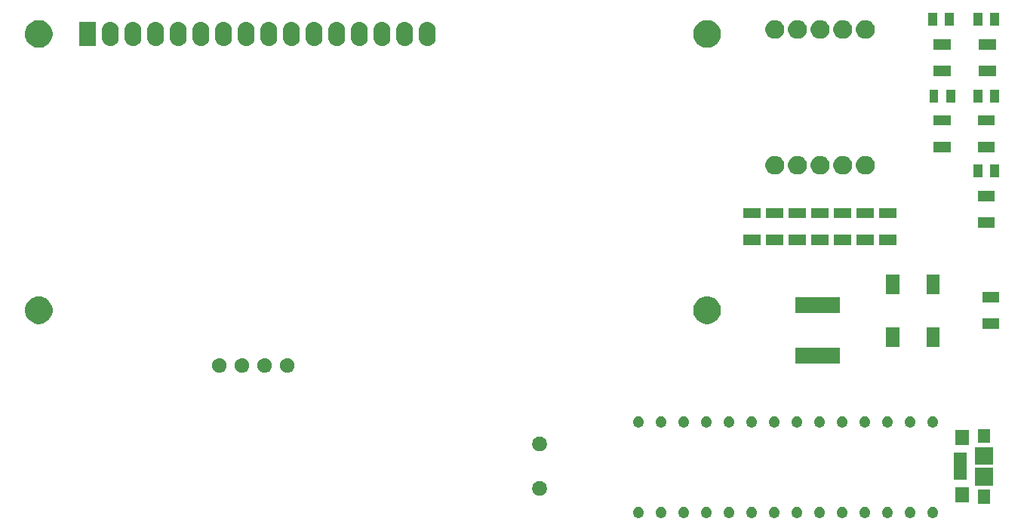
<source format=gbr>
G04 #@! TF.GenerationSoftware,KiCad,Pcbnew,(5.1.2)-1*
G04 #@! TF.CreationDate,2019-06-13T11:42:40+03:00*
G04 #@! TF.ProjectId,shema,7368656d-612e-46b6-9963-61645f706362,v.1.0*
G04 #@! TF.SameCoordinates,Original*
G04 #@! TF.FileFunction,Soldermask,Top*
G04 #@! TF.FilePolarity,Negative*
%FSLAX46Y46*%
G04 Gerber Fmt 4.6, Leading zero omitted, Abs format (unit mm)*
G04 Created by KiCad (PCBNEW (5.1.2)-1) date 2019-06-13 11:42:40*
%MOMM*%
%LPD*%
G04 APERTURE LIST*
%ADD10C,0.100000*%
G04 APERTURE END LIST*
D10*
G36*
X194050114Y-121686228D02*
G01*
X194085157Y-121700744D01*
X194162496Y-121732778D01*
X194162499Y-121732780D01*
X194263631Y-121800354D01*
X194349646Y-121886369D01*
X194417220Y-121987501D01*
X194417222Y-121987504D01*
X194449256Y-122064843D01*
X194463772Y-122099886D01*
X194487500Y-122219179D01*
X194487500Y-122340821D01*
X194463772Y-122460114D01*
X194463770Y-122460118D01*
X194417222Y-122572496D01*
X194417220Y-122572499D01*
X194349646Y-122673631D01*
X194263631Y-122759646D01*
X194162499Y-122827220D01*
X194162496Y-122827222D01*
X194085157Y-122859256D01*
X194050114Y-122873772D01*
X193930821Y-122897500D01*
X193809179Y-122897500D01*
X193689886Y-122873772D01*
X193654843Y-122859256D01*
X193577504Y-122827222D01*
X193577501Y-122827220D01*
X193476369Y-122759646D01*
X193390354Y-122673631D01*
X193322780Y-122572499D01*
X193322778Y-122572496D01*
X193276230Y-122460118D01*
X193276228Y-122460114D01*
X193252500Y-122340821D01*
X193252500Y-122219179D01*
X193276228Y-122099886D01*
X193290744Y-122064843D01*
X193322778Y-121987504D01*
X193322780Y-121987501D01*
X193390354Y-121886369D01*
X193476369Y-121800354D01*
X193577501Y-121732780D01*
X193577504Y-121732778D01*
X193654843Y-121700744D01*
X193689886Y-121686228D01*
X193809179Y-121662500D01*
X193930821Y-121662500D01*
X194050114Y-121686228D01*
X194050114Y-121686228D01*
G37*
G36*
X191510114Y-121686228D02*
G01*
X191545157Y-121700744D01*
X191622496Y-121732778D01*
X191622499Y-121732780D01*
X191723631Y-121800354D01*
X191809646Y-121886369D01*
X191877220Y-121987501D01*
X191877222Y-121987504D01*
X191909256Y-122064843D01*
X191923772Y-122099886D01*
X191947500Y-122219179D01*
X191947500Y-122340821D01*
X191923772Y-122460114D01*
X191923770Y-122460118D01*
X191877222Y-122572496D01*
X191877220Y-122572499D01*
X191809646Y-122673631D01*
X191723631Y-122759646D01*
X191622499Y-122827220D01*
X191622496Y-122827222D01*
X191545157Y-122859256D01*
X191510114Y-122873772D01*
X191390821Y-122897500D01*
X191269179Y-122897500D01*
X191149886Y-122873772D01*
X191114843Y-122859256D01*
X191037504Y-122827222D01*
X191037501Y-122827220D01*
X190936369Y-122759646D01*
X190850354Y-122673631D01*
X190782780Y-122572499D01*
X190782778Y-122572496D01*
X190736230Y-122460118D01*
X190736228Y-122460114D01*
X190712500Y-122340821D01*
X190712500Y-122219179D01*
X190736228Y-122099886D01*
X190750744Y-122064843D01*
X190782778Y-121987504D01*
X190782780Y-121987501D01*
X190850354Y-121886369D01*
X190936369Y-121800354D01*
X191037501Y-121732780D01*
X191037504Y-121732778D01*
X191114843Y-121700744D01*
X191149886Y-121686228D01*
X191269179Y-121662500D01*
X191390821Y-121662500D01*
X191510114Y-121686228D01*
X191510114Y-121686228D01*
G37*
G36*
X188970114Y-121686228D02*
G01*
X189005157Y-121700744D01*
X189082496Y-121732778D01*
X189082499Y-121732780D01*
X189183631Y-121800354D01*
X189269646Y-121886369D01*
X189337220Y-121987501D01*
X189337222Y-121987504D01*
X189369256Y-122064843D01*
X189383772Y-122099886D01*
X189407500Y-122219179D01*
X189407500Y-122340821D01*
X189383772Y-122460114D01*
X189383770Y-122460118D01*
X189337222Y-122572496D01*
X189337220Y-122572499D01*
X189269646Y-122673631D01*
X189183631Y-122759646D01*
X189082499Y-122827220D01*
X189082496Y-122827222D01*
X189005157Y-122859256D01*
X188970114Y-122873772D01*
X188850821Y-122897500D01*
X188729179Y-122897500D01*
X188609886Y-122873772D01*
X188574843Y-122859256D01*
X188497504Y-122827222D01*
X188497501Y-122827220D01*
X188396369Y-122759646D01*
X188310354Y-122673631D01*
X188242780Y-122572499D01*
X188242778Y-122572496D01*
X188196230Y-122460118D01*
X188196228Y-122460114D01*
X188172500Y-122340821D01*
X188172500Y-122219179D01*
X188196228Y-122099886D01*
X188210744Y-122064843D01*
X188242778Y-121987504D01*
X188242780Y-121987501D01*
X188310354Y-121886369D01*
X188396369Y-121800354D01*
X188497501Y-121732780D01*
X188497504Y-121732778D01*
X188574843Y-121700744D01*
X188609886Y-121686228D01*
X188729179Y-121662500D01*
X188850821Y-121662500D01*
X188970114Y-121686228D01*
X188970114Y-121686228D01*
G37*
G36*
X186430114Y-121686228D02*
G01*
X186465157Y-121700744D01*
X186542496Y-121732778D01*
X186542499Y-121732780D01*
X186643631Y-121800354D01*
X186729646Y-121886369D01*
X186797220Y-121987501D01*
X186797222Y-121987504D01*
X186829256Y-122064843D01*
X186843772Y-122099886D01*
X186867500Y-122219179D01*
X186867500Y-122340821D01*
X186843772Y-122460114D01*
X186843770Y-122460118D01*
X186797222Y-122572496D01*
X186797220Y-122572499D01*
X186729646Y-122673631D01*
X186643631Y-122759646D01*
X186542499Y-122827220D01*
X186542496Y-122827222D01*
X186465157Y-122859256D01*
X186430114Y-122873772D01*
X186310821Y-122897500D01*
X186189179Y-122897500D01*
X186069886Y-122873772D01*
X186034843Y-122859256D01*
X185957504Y-122827222D01*
X185957501Y-122827220D01*
X185856369Y-122759646D01*
X185770354Y-122673631D01*
X185702780Y-122572499D01*
X185702778Y-122572496D01*
X185656230Y-122460118D01*
X185656228Y-122460114D01*
X185632500Y-122340821D01*
X185632500Y-122219179D01*
X185656228Y-122099886D01*
X185670744Y-122064843D01*
X185702778Y-121987504D01*
X185702780Y-121987501D01*
X185770354Y-121886369D01*
X185856369Y-121800354D01*
X185957501Y-121732780D01*
X185957504Y-121732778D01*
X186034843Y-121700744D01*
X186069886Y-121686228D01*
X186189179Y-121662500D01*
X186310821Y-121662500D01*
X186430114Y-121686228D01*
X186430114Y-121686228D01*
G37*
G36*
X183890114Y-121686228D02*
G01*
X183925157Y-121700744D01*
X184002496Y-121732778D01*
X184002499Y-121732780D01*
X184103631Y-121800354D01*
X184189646Y-121886369D01*
X184257220Y-121987501D01*
X184257222Y-121987504D01*
X184289256Y-122064843D01*
X184303772Y-122099886D01*
X184327500Y-122219179D01*
X184327500Y-122340821D01*
X184303772Y-122460114D01*
X184303770Y-122460118D01*
X184257222Y-122572496D01*
X184257220Y-122572499D01*
X184189646Y-122673631D01*
X184103631Y-122759646D01*
X184002499Y-122827220D01*
X184002496Y-122827222D01*
X183925157Y-122859256D01*
X183890114Y-122873772D01*
X183770821Y-122897500D01*
X183649179Y-122897500D01*
X183529886Y-122873772D01*
X183494843Y-122859256D01*
X183417504Y-122827222D01*
X183417501Y-122827220D01*
X183316369Y-122759646D01*
X183230354Y-122673631D01*
X183162780Y-122572499D01*
X183162778Y-122572496D01*
X183116230Y-122460118D01*
X183116228Y-122460114D01*
X183092500Y-122340821D01*
X183092500Y-122219179D01*
X183116228Y-122099886D01*
X183130744Y-122064843D01*
X183162778Y-121987504D01*
X183162780Y-121987501D01*
X183230354Y-121886369D01*
X183316369Y-121800354D01*
X183417501Y-121732780D01*
X183417504Y-121732778D01*
X183494843Y-121700744D01*
X183529886Y-121686228D01*
X183649179Y-121662500D01*
X183770821Y-121662500D01*
X183890114Y-121686228D01*
X183890114Y-121686228D01*
G37*
G36*
X181350114Y-121686228D02*
G01*
X181385157Y-121700744D01*
X181462496Y-121732778D01*
X181462499Y-121732780D01*
X181563631Y-121800354D01*
X181649646Y-121886369D01*
X181717220Y-121987501D01*
X181717222Y-121987504D01*
X181749256Y-122064843D01*
X181763772Y-122099886D01*
X181787500Y-122219179D01*
X181787500Y-122340821D01*
X181763772Y-122460114D01*
X181763770Y-122460118D01*
X181717222Y-122572496D01*
X181717220Y-122572499D01*
X181649646Y-122673631D01*
X181563631Y-122759646D01*
X181462499Y-122827220D01*
X181462496Y-122827222D01*
X181385157Y-122859256D01*
X181350114Y-122873772D01*
X181230821Y-122897500D01*
X181109179Y-122897500D01*
X180989886Y-122873772D01*
X180954843Y-122859256D01*
X180877504Y-122827222D01*
X180877501Y-122827220D01*
X180776369Y-122759646D01*
X180690354Y-122673631D01*
X180622780Y-122572499D01*
X180622778Y-122572496D01*
X180576230Y-122460118D01*
X180576228Y-122460114D01*
X180552500Y-122340821D01*
X180552500Y-122219179D01*
X180576228Y-122099886D01*
X180590744Y-122064843D01*
X180622778Y-121987504D01*
X180622780Y-121987501D01*
X180690354Y-121886369D01*
X180776369Y-121800354D01*
X180877501Y-121732780D01*
X180877504Y-121732778D01*
X180954843Y-121700744D01*
X180989886Y-121686228D01*
X181109179Y-121662500D01*
X181230821Y-121662500D01*
X181350114Y-121686228D01*
X181350114Y-121686228D01*
G37*
G36*
X178810114Y-121686228D02*
G01*
X178845157Y-121700744D01*
X178922496Y-121732778D01*
X178922499Y-121732780D01*
X179023631Y-121800354D01*
X179109646Y-121886369D01*
X179177220Y-121987501D01*
X179177222Y-121987504D01*
X179209256Y-122064843D01*
X179223772Y-122099886D01*
X179247500Y-122219179D01*
X179247500Y-122340821D01*
X179223772Y-122460114D01*
X179223770Y-122460118D01*
X179177222Y-122572496D01*
X179177220Y-122572499D01*
X179109646Y-122673631D01*
X179023631Y-122759646D01*
X178922499Y-122827220D01*
X178922496Y-122827222D01*
X178845157Y-122859256D01*
X178810114Y-122873772D01*
X178690821Y-122897500D01*
X178569179Y-122897500D01*
X178449886Y-122873772D01*
X178414843Y-122859256D01*
X178337504Y-122827222D01*
X178337501Y-122827220D01*
X178236369Y-122759646D01*
X178150354Y-122673631D01*
X178082780Y-122572499D01*
X178082778Y-122572496D01*
X178036230Y-122460118D01*
X178036228Y-122460114D01*
X178012500Y-122340821D01*
X178012500Y-122219179D01*
X178036228Y-122099886D01*
X178050744Y-122064843D01*
X178082778Y-121987504D01*
X178082780Y-121987501D01*
X178150354Y-121886369D01*
X178236369Y-121800354D01*
X178337501Y-121732780D01*
X178337504Y-121732778D01*
X178414843Y-121700744D01*
X178449886Y-121686228D01*
X178569179Y-121662500D01*
X178690821Y-121662500D01*
X178810114Y-121686228D01*
X178810114Y-121686228D01*
G37*
G36*
X176270114Y-121686228D02*
G01*
X176305157Y-121700744D01*
X176382496Y-121732778D01*
X176382499Y-121732780D01*
X176483631Y-121800354D01*
X176569646Y-121886369D01*
X176637220Y-121987501D01*
X176637222Y-121987504D01*
X176669256Y-122064843D01*
X176683772Y-122099886D01*
X176707500Y-122219179D01*
X176707500Y-122340821D01*
X176683772Y-122460114D01*
X176683770Y-122460118D01*
X176637222Y-122572496D01*
X176637220Y-122572499D01*
X176569646Y-122673631D01*
X176483631Y-122759646D01*
X176382499Y-122827220D01*
X176382496Y-122827222D01*
X176305157Y-122859256D01*
X176270114Y-122873772D01*
X176150821Y-122897500D01*
X176029179Y-122897500D01*
X175909886Y-122873772D01*
X175874843Y-122859256D01*
X175797504Y-122827222D01*
X175797501Y-122827220D01*
X175696369Y-122759646D01*
X175610354Y-122673631D01*
X175542780Y-122572499D01*
X175542778Y-122572496D01*
X175496230Y-122460118D01*
X175496228Y-122460114D01*
X175472500Y-122340821D01*
X175472500Y-122219179D01*
X175496228Y-122099886D01*
X175510744Y-122064843D01*
X175542778Y-121987504D01*
X175542780Y-121987501D01*
X175610354Y-121886369D01*
X175696369Y-121800354D01*
X175797501Y-121732780D01*
X175797504Y-121732778D01*
X175874843Y-121700744D01*
X175909886Y-121686228D01*
X176029179Y-121662500D01*
X176150821Y-121662500D01*
X176270114Y-121686228D01*
X176270114Y-121686228D01*
G37*
G36*
X173730114Y-121686228D02*
G01*
X173765157Y-121700744D01*
X173842496Y-121732778D01*
X173842499Y-121732780D01*
X173943631Y-121800354D01*
X174029646Y-121886369D01*
X174097220Y-121987501D01*
X174097222Y-121987504D01*
X174129256Y-122064843D01*
X174143772Y-122099886D01*
X174167500Y-122219179D01*
X174167500Y-122340821D01*
X174143772Y-122460114D01*
X174143770Y-122460118D01*
X174097222Y-122572496D01*
X174097220Y-122572499D01*
X174029646Y-122673631D01*
X173943631Y-122759646D01*
X173842499Y-122827220D01*
X173842496Y-122827222D01*
X173765157Y-122859256D01*
X173730114Y-122873772D01*
X173610821Y-122897500D01*
X173489179Y-122897500D01*
X173369886Y-122873772D01*
X173334843Y-122859256D01*
X173257504Y-122827222D01*
X173257501Y-122827220D01*
X173156369Y-122759646D01*
X173070354Y-122673631D01*
X173002780Y-122572499D01*
X173002778Y-122572496D01*
X172956230Y-122460118D01*
X172956228Y-122460114D01*
X172932500Y-122340821D01*
X172932500Y-122219179D01*
X172956228Y-122099886D01*
X172970744Y-122064843D01*
X173002778Y-121987504D01*
X173002780Y-121987501D01*
X173070354Y-121886369D01*
X173156369Y-121800354D01*
X173257501Y-121732780D01*
X173257504Y-121732778D01*
X173334843Y-121700744D01*
X173369886Y-121686228D01*
X173489179Y-121662500D01*
X173610821Y-121662500D01*
X173730114Y-121686228D01*
X173730114Y-121686228D01*
G37*
G36*
X171190114Y-121686228D02*
G01*
X171225157Y-121700744D01*
X171302496Y-121732778D01*
X171302499Y-121732780D01*
X171403631Y-121800354D01*
X171489646Y-121886369D01*
X171557220Y-121987501D01*
X171557222Y-121987504D01*
X171589256Y-122064843D01*
X171603772Y-122099886D01*
X171627500Y-122219179D01*
X171627500Y-122340821D01*
X171603772Y-122460114D01*
X171603770Y-122460118D01*
X171557222Y-122572496D01*
X171557220Y-122572499D01*
X171489646Y-122673631D01*
X171403631Y-122759646D01*
X171302499Y-122827220D01*
X171302496Y-122827222D01*
X171225157Y-122859256D01*
X171190114Y-122873772D01*
X171070821Y-122897500D01*
X170949179Y-122897500D01*
X170829886Y-122873772D01*
X170794843Y-122859256D01*
X170717504Y-122827222D01*
X170717501Y-122827220D01*
X170616369Y-122759646D01*
X170530354Y-122673631D01*
X170462780Y-122572499D01*
X170462778Y-122572496D01*
X170416230Y-122460118D01*
X170416228Y-122460114D01*
X170392500Y-122340821D01*
X170392500Y-122219179D01*
X170416228Y-122099886D01*
X170430744Y-122064843D01*
X170462778Y-121987504D01*
X170462780Y-121987501D01*
X170530354Y-121886369D01*
X170616369Y-121800354D01*
X170717501Y-121732780D01*
X170717504Y-121732778D01*
X170794843Y-121700744D01*
X170829886Y-121686228D01*
X170949179Y-121662500D01*
X171070821Y-121662500D01*
X171190114Y-121686228D01*
X171190114Y-121686228D01*
G37*
G36*
X168650114Y-121686228D02*
G01*
X168685157Y-121700744D01*
X168762496Y-121732778D01*
X168762499Y-121732780D01*
X168863631Y-121800354D01*
X168949646Y-121886369D01*
X169017220Y-121987501D01*
X169017222Y-121987504D01*
X169049256Y-122064843D01*
X169063772Y-122099886D01*
X169087500Y-122219179D01*
X169087500Y-122340821D01*
X169063772Y-122460114D01*
X169063770Y-122460118D01*
X169017222Y-122572496D01*
X169017220Y-122572499D01*
X168949646Y-122673631D01*
X168863631Y-122759646D01*
X168762499Y-122827220D01*
X168762496Y-122827222D01*
X168685157Y-122859256D01*
X168650114Y-122873772D01*
X168530821Y-122897500D01*
X168409179Y-122897500D01*
X168289886Y-122873772D01*
X168254843Y-122859256D01*
X168177504Y-122827222D01*
X168177501Y-122827220D01*
X168076369Y-122759646D01*
X167990354Y-122673631D01*
X167922780Y-122572499D01*
X167922778Y-122572496D01*
X167876230Y-122460118D01*
X167876228Y-122460114D01*
X167852500Y-122340821D01*
X167852500Y-122219179D01*
X167876228Y-122099886D01*
X167890744Y-122064843D01*
X167922778Y-121987504D01*
X167922780Y-121987501D01*
X167990354Y-121886369D01*
X168076369Y-121800354D01*
X168177501Y-121732780D01*
X168177504Y-121732778D01*
X168254843Y-121700744D01*
X168289886Y-121686228D01*
X168409179Y-121662500D01*
X168530821Y-121662500D01*
X168650114Y-121686228D01*
X168650114Y-121686228D01*
G37*
G36*
X166110114Y-121686228D02*
G01*
X166145157Y-121700744D01*
X166222496Y-121732778D01*
X166222499Y-121732780D01*
X166323631Y-121800354D01*
X166409646Y-121886369D01*
X166477220Y-121987501D01*
X166477222Y-121987504D01*
X166509256Y-122064843D01*
X166523772Y-122099886D01*
X166547500Y-122219179D01*
X166547500Y-122340821D01*
X166523772Y-122460114D01*
X166523770Y-122460118D01*
X166477222Y-122572496D01*
X166477220Y-122572499D01*
X166409646Y-122673631D01*
X166323631Y-122759646D01*
X166222499Y-122827220D01*
X166222496Y-122827222D01*
X166145157Y-122859256D01*
X166110114Y-122873772D01*
X165990821Y-122897500D01*
X165869179Y-122897500D01*
X165749886Y-122873772D01*
X165714843Y-122859256D01*
X165637504Y-122827222D01*
X165637501Y-122827220D01*
X165536369Y-122759646D01*
X165450354Y-122673631D01*
X165382780Y-122572499D01*
X165382778Y-122572496D01*
X165336230Y-122460118D01*
X165336228Y-122460114D01*
X165312500Y-122340821D01*
X165312500Y-122219179D01*
X165336228Y-122099886D01*
X165350744Y-122064843D01*
X165382778Y-121987504D01*
X165382780Y-121987501D01*
X165450354Y-121886369D01*
X165536369Y-121800354D01*
X165637501Y-121732780D01*
X165637504Y-121732778D01*
X165714843Y-121700744D01*
X165749886Y-121686228D01*
X165869179Y-121662500D01*
X165990821Y-121662500D01*
X166110114Y-121686228D01*
X166110114Y-121686228D01*
G37*
G36*
X163570114Y-121686228D02*
G01*
X163605157Y-121700744D01*
X163682496Y-121732778D01*
X163682499Y-121732780D01*
X163783631Y-121800354D01*
X163869646Y-121886369D01*
X163937220Y-121987501D01*
X163937222Y-121987504D01*
X163969256Y-122064843D01*
X163983772Y-122099886D01*
X164007500Y-122219179D01*
X164007500Y-122340821D01*
X163983772Y-122460114D01*
X163983770Y-122460118D01*
X163937222Y-122572496D01*
X163937220Y-122572499D01*
X163869646Y-122673631D01*
X163783631Y-122759646D01*
X163682499Y-122827220D01*
X163682496Y-122827222D01*
X163605157Y-122859256D01*
X163570114Y-122873772D01*
X163450821Y-122897500D01*
X163329179Y-122897500D01*
X163209886Y-122873772D01*
X163174843Y-122859256D01*
X163097504Y-122827222D01*
X163097501Y-122827220D01*
X162996369Y-122759646D01*
X162910354Y-122673631D01*
X162842780Y-122572499D01*
X162842778Y-122572496D01*
X162796230Y-122460118D01*
X162796228Y-122460114D01*
X162772500Y-122340821D01*
X162772500Y-122219179D01*
X162796228Y-122099886D01*
X162810744Y-122064843D01*
X162842778Y-121987504D01*
X162842780Y-121987501D01*
X162910354Y-121886369D01*
X162996369Y-121800354D01*
X163097501Y-121732780D01*
X163097504Y-121732778D01*
X163174843Y-121700744D01*
X163209886Y-121686228D01*
X163329179Y-121662500D01*
X163450821Y-121662500D01*
X163570114Y-121686228D01*
X163570114Y-121686228D01*
G37*
G36*
X196590114Y-121686228D02*
G01*
X196625157Y-121700744D01*
X196702496Y-121732778D01*
X196702499Y-121732780D01*
X196803631Y-121800354D01*
X196889646Y-121886369D01*
X196957220Y-121987501D01*
X196957222Y-121987504D01*
X196989256Y-122064843D01*
X197003772Y-122099886D01*
X197027500Y-122219179D01*
X197027500Y-122340821D01*
X197003772Y-122460114D01*
X197003770Y-122460118D01*
X196957222Y-122572496D01*
X196957220Y-122572499D01*
X196889646Y-122673631D01*
X196803631Y-122759646D01*
X196702499Y-122827220D01*
X196702496Y-122827222D01*
X196625157Y-122859256D01*
X196590114Y-122873772D01*
X196470821Y-122897500D01*
X196349179Y-122897500D01*
X196229886Y-122873772D01*
X196194843Y-122859256D01*
X196117504Y-122827222D01*
X196117501Y-122827220D01*
X196016369Y-122759646D01*
X195930354Y-122673631D01*
X195862780Y-122572499D01*
X195862778Y-122572496D01*
X195816230Y-122460118D01*
X195816228Y-122460114D01*
X195792500Y-122340821D01*
X195792500Y-122219179D01*
X195816228Y-122099886D01*
X195830744Y-122064843D01*
X195862778Y-121987504D01*
X195862780Y-121987501D01*
X195930354Y-121886369D01*
X196016369Y-121800354D01*
X196117501Y-121732780D01*
X196117504Y-121732778D01*
X196194843Y-121700744D01*
X196229886Y-121686228D01*
X196349179Y-121662500D01*
X196470821Y-121662500D01*
X196590114Y-121686228D01*
X196590114Y-121686228D01*
G37*
G36*
X202851000Y-121301000D02*
G01*
X201449000Y-121301000D01*
X201449000Y-119749000D01*
X202851000Y-119749000D01*
X202851000Y-121301000D01*
X202851000Y-121301000D01*
G37*
G36*
X200451000Y-121151000D02*
G01*
X198949000Y-121151000D01*
X198949000Y-119449000D01*
X200451000Y-119449000D01*
X200451000Y-121151000D01*
X200451000Y-121151000D01*
G37*
G36*
X152540935Y-118805742D02*
G01*
X152691258Y-118868008D01*
X152826545Y-118958404D01*
X152941596Y-119073455D01*
X153031992Y-119208742D01*
X153094258Y-119359065D01*
X153126000Y-119518646D01*
X153126000Y-119681354D01*
X153094258Y-119840935D01*
X153031992Y-119991258D01*
X152941596Y-120126545D01*
X152826545Y-120241596D01*
X152691258Y-120331992D01*
X152540935Y-120394258D01*
X152381354Y-120426000D01*
X152218646Y-120426000D01*
X152059065Y-120394258D01*
X151908742Y-120331992D01*
X151773455Y-120241596D01*
X151658404Y-120126545D01*
X151568008Y-119991258D01*
X151505742Y-119840935D01*
X151474000Y-119681354D01*
X151474000Y-119518646D01*
X151505742Y-119359065D01*
X151568008Y-119208742D01*
X151658404Y-119073455D01*
X151773455Y-118958404D01*
X151908742Y-118868008D01*
X152059065Y-118805742D01*
X152218646Y-118774000D01*
X152381354Y-118774000D01*
X152540935Y-118805742D01*
X152540935Y-118805742D01*
G37*
G36*
X203151000Y-119251000D02*
G01*
X201149000Y-119251000D01*
X201149000Y-117249000D01*
X203151000Y-117249000D01*
X203151000Y-119251000D01*
X203151000Y-119251000D01*
G37*
G36*
X200201000Y-118651000D02*
G01*
X198749000Y-118651000D01*
X198749000Y-115549000D01*
X200201000Y-115549000D01*
X200201000Y-118651000D01*
X200201000Y-118651000D01*
G37*
G36*
X203151000Y-116951000D02*
G01*
X201149000Y-116951000D01*
X201149000Y-114949000D01*
X203151000Y-114949000D01*
X203151000Y-116951000D01*
X203151000Y-116951000D01*
G37*
G36*
X152540935Y-113805742D02*
G01*
X152691258Y-113868008D01*
X152826545Y-113958404D01*
X152941596Y-114073455D01*
X153031992Y-114208742D01*
X153094258Y-114359065D01*
X153126000Y-114518646D01*
X153126000Y-114681354D01*
X153094258Y-114840935D01*
X153031992Y-114991258D01*
X152941596Y-115126545D01*
X152826545Y-115241596D01*
X152691258Y-115331992D01*
X152540935Y-115394258D01*
X152381354Y-115426000D01*
X152218646Y-115426000D01*
X152059065Y-115394258D01*
X151908742Y-115331992D01*
X151773455Y-115241596D01*
X151658404Y-115126545D01*
X151568008Y-114991258D01*
X151505742Y-114840935D01*
X151474000Y-114681354D01*
X151474000Y-114518646D01*
X151505742Y-114359065D01*
X151568008Y-114208742D01*
X151658404Y-114073455D01*
X151773455Y-113958404D01*
X151908742Y-113868008D01*
X152059065Y-113805742D01*
X152218646Y-113774000D01*
X152381354Y-113774000D01*
X152540935Y-113805742D01*
X152540935Y-113805742D01*
G37*
G36*
X200451000Y-114751000D02*
G01*
X198949000Y-114751000D01*
X198949000Y-113049000D01*
X200451000Y-113049000D01*
X200451000Y-114751000D01*
X200451000Y-114751000D01*
G37*
G36*
X202851000Y-114451000D02*
G01*
X201449000Y-114451000D01*
X201449000Y-112899000D01*
X202851000Y-112899000D01*
X202851000Y-114451000D01*
X202851000Y-114451000D01*
G37*
G36*
X186430114Y-111526228D02*
G01*
X186465157Y-111540744D01*
X186542496Y-111572778D01*
X186542499Y-111572780D01*
X186643631Y-111640354D01*
X186729646Y-111726369D01*
X186797220Y-111827501D01*
X186797222Y-111827504D01*
X186829256Y-111904843D01*
X186843772Y-111939886D01*
X186867500Y-112059179D01*
X186867500Y-112180821D01*
X186843772Y-112300114D01*
X186843770Y-112300118D01*
X186797222Y-112412496D01*
X186797220Y-112412499D01*
X186729646Y-112513631D01*
X186643631Y-112599646D01*
X186542499Y-112667220D01*
X186542496Y-112667222D01*
X186465157Y-112699256D01*
X186430114Y-112713772D01*
X186310821Y-112737500D01*
X186189179Y-112737500D01*
X186069886Y-112713772D01*
X186034843Y-112699256D01*
X185957504Y-112667222D01*
X185957501Y-112667220D01*
X185856369Y-112599646D01*
X185770354Y-112513631D01*
X185702780Y-112412499D01*
X185702778Y-112412496D01*
X185656230Y-112300118D01*
X185656228Y-112300114D01*
X185632500Y-112180821D01*
X185632500Y-112059179D01*
X185656228Y-111939886D01*
X185670744Y-111904843D01*
X185702778Y-111827504D01*
X185702780Y-111827501D01*
X185770354Y-111726369D01*
X185856369Y-111640354D01*
X185957501Y-111572780D01*
X185957504Y-111572778D01*
X186034843Y-111540744D01*
X186069886Y-111526228D01*
X186189179Y-111502500D01*
X186310821Y-111502500D01*
X186430114Y-111526228D01*
X186430114Y-111526228D01*
G37*
G36*
X173730114Y-111526228D02*
G01*
X173765157Y-111540744D01*
X173842496Y-111572778D01*
X173842499Y-111572780D01*
X173943631Y-111640354D01*
X174029646Y-111726369D01*
X174097220Y-111827501D01*
X174097222Y-111827504D01*
X174129256Y-111904843D01*
X174143772Y-111939886D01*
X174167500Y-112059179D01*
X174167500Y-112180821D01*
X174143772Y-112300114D01*
X174143770Y-112300118D01*
X174097222Y-112412496D01*
X174097220Y-112412499D01*
X174029646Y-112513631D01*
X173943631Y-112599646D01*
X173842499Y-112667220D01*
X173842496Y-112667222D01*
X173765157Y-112699256D01*
X173730114Y-112713772D01*
X173610821Y-112737500D01*
X173489179Y-112737500D01*
X173369886Y-112713772D01*
X173334843Y-112699256D01*
X173257504Y-112667222D01*
X173257501Y-112667220D01*
X173156369Y-112599646D01*
X173070354Y-112513631D01*
X173002780Y-112412499D01*
X173002778Y-112412496D01*
X172956230Y-112300118D01*
X172956228Y-112300114D01*
X172932500Y-112180821D01*
X172932500Y-112059179D01*
X172956228Y-111939886D01*
X172970744Y-111904843D01*
X173002778Y-111827504D01*
X173002780Y-111827501D01*
X173070354Y-111726369D01*
X173156369Y-111640354D01*
X173257501Y-111572780D01*
X173257504Y-111572778D01*
X173334843Y-111540744D01*
X173369886Y-111526228D01*
X173489179Y-111502500D01*
X173610821Y-111502500D01*
X173730114Y-111526228D01*
X173730114Y-111526228D01*
G37*
G36*
X163570114Y-111526228D02*
G01*
X163605157Y-111540744D01*
X163682496Y-111572778D01*
X163682499Y-111572780D01*
X163783631Y-111640354D01*
X163869646Y-111726369D01*
X163937220Y-111827501D01*
X163937222Y-111827504D01*
X163969256Y-111904843D01*
X163983772Y-111939886D01*
X164007500Y-112059179D01*
X164007500Y-112180821D01*
X163983772Y-112300114D01*
X163983770Y-112300118D01*
X163937222Y-112412496D01*
X163937220Y-112412499D01*
X163869646Y-112513631D01*
X163783631Y-112599646D01*
X163682499Y-112667220D01*
X163682496Y-112667222D01*
X163605157Y-112699256D01*
X163570114Y-112713772D01*
X163450821Y-112737500D01*
X163329179Y-112737500D01*
X163209886Y-112713772D01*
X163174843Y-112699256D01*
X163097504Y-112667222D01*
X163097501Y-112667220D01*
X162996369Y-112599646D01*
X162910354Y-112513631D01*
X162842780Y-112412499D01*
X162842778Y-112412496D01*
X162796230Y-112300118D01*
X162796228Y-112300114D01*
X162772500Y-112180821D01*
X162772500Y-112059179D01*
X162796228Y-111939886D01*
X162810744Y-111904843D01*
X162842778Y-111827504D01*
X162842780Y-111827501D01*
X162910354Y-111726369D01*
X162996369Y-111640354D01*
X163097501Y-111572780D01*
X163097504Y-111572778D01*
X163174843Y-111540744D01*
X163209886Y-111526228D01*
X163329179Y-111502500D01*
X163450821Y-111502500D01*
X163570114Y-111526228D01*
X163570114Y-111526228D01*
G37*
G36*
X166110114Y-111526228D02*
G01*
X166145157Y-111540744D01*
X166222496Y-111572778D01*
X166222499Y-111572780D01*
X166323631Y-111640354D01*
X166409646Y-111726369D01*
X166477220Y-111827501D01*
X166477222Y-111827504D01*
X166509256Y-111904843D01*
X166523772Y-111939886D01*
X166547500Y-112059179D01*
X166547500Y-112180821D01*
X166523772Y-112300114D01*
X166523770Y-112300118D01*
X166477222Y-112412496D01*
X166477220Y-112412499D01*
X166409646Y-112513631D01*
X166323631Y-112599646D01*
X166222499Y-112667220D01*
X166222496Y-112667222D01*
X166145157Y-112699256D01*
X166110114Y-112713772D01*
X165990821Y-112737500D01*
X165869179Y-112737500D01*
X165749886Y-112713772D01*
X165714843Y-112699256D01*
X165637504Y-112667222D01*
X165637501Y-112667220D01*
X165536369Y-112599646D01*
X165450354Y-112513631D01*
X165382780Y-112412499D01*
X165382778Y-112412496D01*
X165336230Y-112300118D01*
X165336228Y-112300114D01*
X165312500Y-112180821D01*
X165312500Y-112059179D01*
X165336228Y-111939886D01*
X165350744Y-111904843D01*
X165382778Y-111827504D01*
X165382780Y-111827501D01*
X165450354Y-111726369D01*
X165536369Y-111640354D01*
X165637501Y-111572780D01*
X165637504Y-111572778D01*
X165714843Y-111540744D01*
X165749886Y-111526228D01*
X165869179Y-111502500D01*
X165990821Y-111502500D01*
X166110114Y-111526228D01*
X166110114Y-111526228D01*
G37*
G36*
X168650114Y-111526228D02*
G01*
X168685157Y-111540744D01*
X168762496Y-111572778D01*
X168762499Y-111572780D01*
X168863631Y-111640354D01*
X168949646Y-111726369D01*
X169017220Y-111827501D01*
X169017222Y-111827504D01*
X169049256Y-111904843D01*
X169063772Y-111939886D01*
X169087500Y-112059179D01*
X169087500Y-112180821D01*
X169063772Y-112300114D01*
X169063770Y-112300118D01*
X169017222Y-112412496D01*
X169017220Y-112412499D01*
X168949646Y-112513631D01*
X168863631Y-112599646D01*
X168762499Y-112667220D01*
X168762496Y-112667222D01*
X168685157Y-112699256D01*
X168650114Y-112713772D01*
X168530821Y-112737500D01*
X168409179Y-112737500D01*
X168289886Y-112713772D01*
X168254843Y-112699256D01*
X168177504Y-112667222D01*
X168177501Y-112667220D01*
X168076369Y-112599646D01*
X167990354Y-112513631D01*
X167922780Y-112412499D01*
X167922778Y-112412496D01*
X167876230Y-112300118D01*
X167876228Y-112300114D01*
X167852500Y-112180821D01*
X167852500Y-112059179D01*
X167876228Y-111939886D01*
X167890744Y-111904843D01*
X167922778Y-111827504D01*
X167922780Y-111827501D01*
X167990354Y-111726369D01*
X168076369Y-111640354D01*
X168177501Y-111572780D01*
X168177504Y-111572778D01*
X168254843Y-111540744D01*
X168289886Y-111526228D01*
X168409179Y-111502500D01*
X168530821Y-111502500D01*
X168650114Y-111526228D01*
X168650114Y-111526228D01*
G37*
G36*
X171190114Y-111526228D02*
G01*
X171225157Y-111540744D01*
X171302496Y-111572778D01*
X171302499Y-111572780D01*
X171403631Y-111640354D01*
X171489646Y-111726369D01*
X171557220Y-111827501D01*
X171557222Y-111827504D01*
X171589256Y-111904843D01*
X171603772Y-111939886D01*
X171627500Y-112059179D01*
X171627500Y-112180821D01*
X171603772Y-112300114D01*
X171603770Y-112300118D01*
X171557222Y-112412496D01*
X171557220Y-112412499D01*
X171489646Y-112513631D01*
X171403631Y-112599646D01*
X171302499Y-112667220D01*
X171302496Y-112667222D01*
X171225157Y-112699256D01*
X171190114Y-112713772D01*
X171070821Y-112737500D01*
X170949179Y-112737500D01*
X170829886Y-112713772D01*
X170794843Y-112699256D01*
X170717504Y-112667222D01*
X170717501Y-112667220D01*
X170616369Y-112599646D01*
X170530354Y-112513631D01*
X170462780Y-112412499D01*
X170462778Y-112412496D01*
X170416230Y-112300118D01*
X170416228Y-112300114D01*
X170392500Y-112180821D01*
X170392500Y-112059179D01*
X170416228Y-111939886D01*
X170430744Y-111904843D01*
X170462778Y-111827504D01*
X170462780Y-111827501D01*
X170530354Y-111726369D01*
X170616369Y-111640354D01*
X170717501Y-111572780D01*
X170717504Y-111572778D01*
X170794843Y-111540744D01*
X170829886Y-111526228D01*
X170949179Y-111502500D01*
X171070821Y-111502500D01*
X171190114Y-111526228D01*
X171190114Y-111526228D01*
G37*
G36*
X176270114Y-111526228D02*
G01*
X176305157Y-111540744D01*
X176382496Y-111572778D01*
X176382499Y-111572780D01*
X176483631Y-111640354D01*
X176569646Y-111726369D01*
X176637220Y-111827501D01*
X176637222Y-111827504D01*
X176669256Y-111904843D01*
X176683772Y-111939886D01*
X176707500Y-112059179D01*
X176707500Y-112180821D01*
X176683772Y-112300114D01*
X176683770Y-112300118D01*
X176637222Y-112412496D01*
X176637220Y-112412499D01*
X176569646Y-112513631D01*
X176483631Y-112599646D01*
X176382499Y-112667220D01*
X176382496Y-112667222D01*
X176305157Y-112699256D01*
X176270114Y-112713772D01*
X176150821Y-112737500D01*
X176029179Y-112737500D01*
X175909886Y-112713772D01*
X175874843Y-112699256D01*
X175797504Y-112667222D01*
X175797501Y-112667220D01*
X175696369Y-112599646D01*
X175610354Y-112513631D01*
X175542780Y-112412499D01*
X175542778Y-112412496D01*
X175496230Y-112300118D01*
X175496228Y-112300114D01*
X175472500Y-112180821D01*
X175472500Y-112059179D01*
X175496228Y-111939886D01*
X175510744Y-111904843D01*
X175542778Y-111827504D01*
X175542780Y-111827501D01*
X175610354Y-111726369D01*
X175696369Y-111640354D01*
X175797501Y-111572780D01*
X175797504Y-111572778D01*
X175874843Y-111540744D01*
X175909886Y-111526228D01*
X176029179Y-111502500D01*
X176150821Y-111502500D01*
X176270114Y-111526228D01*
X176270114Y-111526228D01*
G37*
G36*
X181350114Y-111526228D02*
G01*
X181385157Y-111540744D01*
X181462496Y-111572778D01*
X181462499Y-111572780D01*
X181563631Y-111640354D01*
X181649646Y-111726369D01*
X181717220Y-111827501D01*
X181717222Y-111827504D01*
X181749256Y-111904843D01*
X181763772Y-111939886D01*
X181787500Y-112059179D01*
X181787500Y-112180821D01*
X181763772Y-112300114D01*
X181763770Y-112300118D01*
X181717222Y-112412496D01*
X181717220Y-112412499D01*
X181649646Y-112513631D01*
X181563631Y-112599646D01*
X181462499Y-112667220D01*
X181462496Y-112667222D01*
X181385157Y-112699256D01*
X181350114Y-112713772D01*
X181230821Y-112737500D01*
X181109179Y-112737500D01*
X180989886Y-112713772D01*
X180954843Y-112699256D01*
X180877504Y-112667222D01*
X180877501Y-112667220D01*
X180776369Y-112599646D01*
X180690354Y-112513631D01*
X180622780Y-112412499D01*
X180622778Y-112412496D01*
X180576230Y-112300118D01*
X180576228Y-112300114D01*
X180552500Y-112180821D01*
X180552500Y-112059179D01*
X180576228Y-111939886D01*
X180590744Y-111904843D01*
X180622778Y-111827504D01*
X180622780Y-111827501D01*
X180690354Y-111726369D01*
X180776369Y-111640354D01*
X180877501Y-111572780D01*
X180877504Y-111572778D01*
X180954843Y-111540744D01*
X180989886Y-111526228D01*
X181109179Y-111502500D01*
X181230821Y-111502500D01*
X181350114Y-111526228D01*
X181350114Y-111526228D01*
G37*
G36*
X183890114Y-111526228D02*
G01*
X183925157Y-111540744D01*
X184002496Y-111572778D01*
X184002499Y-111572780D01*
X184103631Y-111640354D01*
X184189646Y-111726369D01*
X184257220Y-111827501D01*
X184257222Y-111827504D01*
X184289256Y-111904843D01*
X184303772Y-111939886D01*
X184327500Y-112059179D01*
X184327500Y-112180821D01*
X184303772Y-112300114D01*
X184303770Y-112300118D01*
X184257222Y-112412496D01*
X184257220Y-112412499D01*
X184189646Y-112513631D01*
X184103631Y-112599646D01*
X184002499Y-112667220D01*
X184002496Y-112667222D01*
X183925157Y-112699256D01*
X183890114Y-112713772D01*
X183770821Y-112737500D01*
X183649179Y-112737500D01*
X183529886Y-112713772D01*
X183494843Y-112699256D01*
X183417504Y-112667222D01*
X183417501Y-112667220D01*
X183316369Y-112599646D01*
X183230354Y-112513631D01*
X183162780Y-112412499D01*
X183162778Y-112412496D01*
X183116230Y-112300118D01*
X183116228Y-112300114D01*
X183092500Y-112180821D01*
X183092500Y-112059179D01*
X183116228Y-111939886D01*
X183130744Y-111904843D01*
X183162778Y-111827504D01*
X183162780Y-111827501D01*
X183230354Y-111726369D01*
X183316369Y-111640354D01*
X183417501Y-111572780D01*
X183417504Y-111572778D01*
X183494843Y-111540744D01*
X183529886Y-111526228D01*
X183649179Y-111502500D01*
X183770821Y-111502500D01*
X183890114Y-111526228D01*
X183890114Y-111526228D01*
G37*
G36*
X196590114Y-111526228D02*
G01*
X196625157Y-111540744D01*
X196702496Y-111572778D01*
X196702499Y-111572780D01*
X196803631Y-111640354D01*
X196889646Y-111726369D01*
X196957220Y-111827501D01*
X196957222Y-111827504D01*
X196989256Y-111904843D01*
X197003772Y-111939886D01*
X197027500Y-112059179D01*
X197027500Y-112180821D01*
X197003772Y-112300114D01*
X197003770Y-112300118D01*
X196957222Y-112412496D01*
X196957220Y-112412499D01*
X196889646Y-112513631D01*
X196803631Y-112599646D01*
X196702499Y-112667220D01*
X196702496Y-112667222D01*
X196625157Y-112699256D01*
X196590114Y-112713772D01*
X196470821Y-112737500D01*
X196349179Y-112737500D01*
X196229886Y-112713772D01*
X196194843Y-112699256D01*
X196117504Y-112667222D01*
X196117501Y-112667220D01*
X196016369Y-112599646D01*
X195930354Y-112513631D01*
X195862780Y-112412499D01*
X195862778Y-112412496D01*
X195816230Y-112300118D01*
X195816228Y-112300114D01*
X195792500Y-112180821D01*
X195792500Y-112059179D01*
X195816228Y-111939886D01*
X195830744Y-111904843D01*
X195862778Y-111827504D01*
X195862780Y-111827501D01*
X195930354Y-111726369D01*
X196016369Y-111640354D01*
X196117501Y-111572780D01*
X196117504Y-111572778D01*
X196194843Y-111540744D01*
X196229886Y-111526228D01*
X196349179Y-111502500D01*
X196470821Y-111502500D01*
X196590114Y-111526228D01*
X196590114Y-111526228D01*
G37*
G36*
X188970114Y-111526228D02*
G01*
X189005157Y-111540744D01*
X189082496Y-111572778D01*
X189082499Y-111572780D01*
X189183631Y-111640354D01*
X189269646Y-111726369D01*
X189337220Y-111827501D01*
X189337222Y-111827504D01*
X189369256Y-111904843D01*
X189383772Y-111939886D01*
X189407500Y-112059179D01*
X189407500Y-112180821D01*
X189383772Y-112300114D01*
X189383770Y-112300118D01*
X189337222Y-112412496D01*
X189337220Y-112412499D01*
X189269646Y-112513631D01*
X189183631Y-112599646D01*
X189082499Y-112667220D01*
X189082496Y-112667222D01*
X189005157Y-112699256D01*
X188970114Y-112713772D01*
X188850821Y-112737500D01*
X188729179Y-112737500D01*
X188609886Y-112713772D01*
X188574843Y-112699256D01*
X188497504Y-112667222D01*
X188497501Y-112667220D01*
X188396369Y-112599646D01*
X188310354Y-112513631D01*
X188242780Y-112412499D01*
X188242778Y-112412496D01*
X188196230Y-112300118D01*
X188196228Y-112300114D01*
X188172500Y-112180821D01*
X188172500Y-112059179D01*
X188196228Y-111939886D01*
X188210744Y-111904843D01*
X188242778Y-111827504D01*
X188242780Y-111827501D01*
X188310354Y-111726369D01*
X188396369Y-111640354D01*
X188497501Y-111572780D01*
X188497504Y-111572778D01*
X188574843Y-111540744D01*
X188609886Y-111526228D01*
X188729179Y-111502500D01*
X188850821Y-111502500D01*
X188970114Y-111526228D01*
X188970114Y-111526228D01*
G37*
G36*
X191510114Y-111526228D02*
G01*
X191545157Y-111540744D01*
X191622496Y-111572778D01*
X191622499Y-111572780D01*
X191723631Y-111640354D01*
X191809646Y-111726369D01*
X191877220Y-111827501D01*
X191877222Y-111827504D01*
X191909256Y-111904843D01*
X191923772Y-111939886D01*
X191947500Y-112059179D01*
X191947500Y-112180821D01*
X191923772Y-112300114D01*
X191923770Y-112300118D01*
X191877222Y-112412496D01*
X191877220Y-112412499D01*
X191809646Y-112513631D01*
X191723631Y-112599646D01*
X191622499Y-112667220D01*
X191622496Y-112667222D01*
X191545157Y-112699256D01*
X191510114Y-112713772D01*
X191390821Y-112737500D01*
X191269179Y-112737500D01*
X191149886Y-112713772D01*
X191114843Y-112699256D01*
X191037504Y-112667222D01*
X191037501Y-112667220D01*
X190936369Y-112599646D01*
X190850354Y-112513631D01*
X190782780Y-112412499D01*
X190782778Y-112412496D01*
X190736230Y-112300118D01*
X190736228Y-112300114D01*
X190712500Y-112180821D01*
X190712500Y-112059179D01*
X190736228Y-111939886D01*
X190750744Y-111904843D01*
X190782778Y-111827504D01*
X190782780Y-111827501D01*
X190850354Y-111726369D01*
X190936369Y-111640354D01*
X191037501Y-111572780D01*
X191037504Y-111572778D01*
X191114843Y-111540744D01*
X191149886Y-111526228D01*
X191269179Y-111502500D01*
X191390821Y-111502500D01*
X191510114Y-111526228D01*
X191510114Y-111526228D01*
G37*
G36*
X194050114Y-111526228D02*
G01*
X194085157Y-111540744D01*
X194162496Y-111572778D01*
X194162499Y-111572780D01*
X194263631Y-111640354D01*
X194349646Y-111726369D01*
X194417220Y-111827501D01*
X194417222Y-111827504D01*
X194449256Y-111904843D01*
X194463772Y-111939886D01*
X194487500Y-112059179D01*
X194487500Y-112180821D01*
X194463772Y-112300114D01*
X194463770Y-112300118D01*
X194417222Y-112412496D01*
X194417220Y-112412499D01*
X194349646Y-112513631D01*
X194263631Y-112599646D01*
X194162499Y-112667220D01*
X194162496Y-112667222D01*
X194085157Y-112699256D01*
X194050114Y-112713772D01*
X193930821Y-112737500D01*
X193809179Y-112737500D01*
X193689886Y-112713772D01*
X193654843Y-112699256D01*
X193577504Y-112667222D01*
X193577501Y-112667220D01*
X193476369Y-112599646D01*
X193390354Y-112513631D01*
X193322780Y-112412499D01*
X193322778Y-112412496D01*
X193276230Y-112300118D01*
X193276228Y-112300114D01*
X193252500Y-112180821D01*
X193252500Y-112059179D01*
X193276228Y-111939886D01*
X193290744Y-111904843D01*
X193322778Y-111827504D01*
X193322780Y-111827501D01*
X193390354Y-111726369D01*
X193476369Y-111640354D01*
X193577501Y-111572780D01*
X193577504Y-111572778D01*
X193654843Y-111540744D01*
X193689886Y-111526228D01*
X193809179Y-111502500D01*
X193930821Y-111502500D01*
X194050114Y-111526228D01*
X194050114Y-111526228D01*
G37*
G36*
X178810114Y-111526228D02*
G01*
X178845157Y-111540744D01*
X178922496Y-111572778D01*
X178922499Y-111572780D01*
X179023631Y-111640354D01*
X179109646Y-111726369D01*
X179177220Y-111827501D01*
X179177222Y-111827504D01*
X179209256Y-111904843D01*
X179223772Y-111939886D01*
X179247500Y-112059179D01*
X179247500Y-112180821D01*
X179223772Y-112300114D01*
X179223770Y-112300118D01*
X179177222Y-112412496D01*
X179177220Y-112412499D01*
X179109646Y-112513631D01*
X179023631Y-112599646D01*
X178922499Y-112667220D01*
X178922496Y-112667222D01*
X178845157Y-112699256D01*
X178810114Y-112713772D01*
X178690821Y-112737500D01*
X178569179Y-112737500D01*
X178449886Y-112713772D01*
X178414843Y-112699256D01*
X178337504Y-112667222D01*
X178337501Y-112667220D01*
X178236369Y-112599646D01*
X178150354Y-112513631D01*
X178082780Y-112412499D01*
X178082778Y-112412496D01*
X178036230Y-112300118D01*
X178036228Y-112300114D01*
X178012500Y-112180821D01*
X178012500Y-112059179D01*
X178036228Y-111939886D01*
X178050744Y-111904843D01*
X178082778Y-111827504D01*
X178082780Y-111827501D01*
X178150354Y-111726369D01*
X178236369Y-111640354D01*
X178337501Y-111572780D01*
X178337504Y-111572778D01*
X178414843Y-111540744D01*
X178449886Y-111526228D01*
X178569179Y-111502500D01*
X178690821Y-111502500D01*
X178810114Y-111526228D01*
X178810114Y-111526228D01*
G37*
G36*
X119152018Y-104995359D02*
G01*
X119300522Y-105056871D01*
X119300523Y-105056872D01*
X119434168Y-105146170D01*
X119547832Y-105259834D01*
X119614805Y-105360068D01*
X119637131Y-105393480D01*
X119698643Y-105541984D01*
X119730001Y-105699631D01*
X119730001Y-105860371D01*
X119698643Y-106018018D01*
X119637131Y-106166522D01*
X119637130Y-106166523D01*
X119547832Y-106300168D01*
X119434168Y-106413832D01*
X119333934Y-106480806D01*
X119300522Y-106503131D01*
X119226271Y-106533886D01*
X119152018Y-106564643D01*
X118994371Y-106596001D01*
X118833631Y-106596001D01*
X118675984Y-106564643D01*
X118601731Y-106533886D01*
X118527480Y-106503131D01*
X118494068Y-106480806D01*
X118393834Y-106413832D01*
X118280170Y-106300168D01*
X118190872Y-106166523D01*
X118190871Y-106166522D01*
X118129359Y-106018018D01*
X118098001Y-105860371D01*
X118098001Y-105699631D01*
X118129359Y-105541984D01*
X118190871Y-105393480D01*
X118213196Y-105360068D01*
X118280170Y-105259834D01*
X118393834Y-105146170D01*
X118527479Y-105056872D01*
X118527480Y-105056871D01*
X118601731Y-105026116D01*
X118675984Y-104995359D01*
X118833631Y-104964001D01*
X118994371Y-104964001D01*
X119152018Y-104995359D01*
X119152018Y-104995359D01*
G37*
G36*
X124232018Y-104995359D02*
G01*
X124380522Y-105056871D01*
X124380523Y-105056872D01*
X124514168Y-105146170D01*
X124627832Y-105259834D01*
X124694805Y-105360068D01*
X124717131Y-105393480D01*
X124778643Y-105541984D01*
X124810001Y-105699631D01*
X124810001Y-105860371D01*
X124778643Y-106018018D01*
X124717131Y-106166522D01*
X124717130Y-106166523D01*
X124627832Y-106300168D01*
X124514168Y-106413832D01*
X124413934Y-106480806D01*
X124380522Y-106503131D01*
X124306271Y-106533886D01*
X124232018Y-106564643D01*
X124074371Y-106596001D01*
X123913631Y-106596001D01*
X123755984Y-106564643D01*
X123681731Y-106533886D01*
X123607480Y-106503131D01*
X123574068Y-106480806D01*
X123473834Y-106413832D01*
X123360170Y-106300168D01*
X123270872Y-106166523D01*
X123270871Y-106166522D01*
X123209359Y-106018018D01*
X123178001Y-105860371D01*
X123178001Y-105699631D01*
X123209359Y-105541984D01*
X123270871Y-105393480D01*
X123293196Y-105360068D01*
X123360170Y-105259834D01*
X123473834Y-105146170D01*
X123607479Y-105056872D01*
X123607480Y-105056871D01*
X123681731Y-105026116D01*
X123755984Y-104995359D01*
X123913631Y-104964001D01*
X124074371Y-104964001D01*
X124232018Y-104995359D01*
X124232018Y-104995359D01*
G37*
G36*
X121692018Y-104995359D02*
G01*
X121840522Y-105056871D01*
X121840523Y-105056872D01*
X121974168Y-105146170D01*
X122087832Y-105259834D01*
X122154805Y-105360068D01*
X122177131Y-105393480D01*
X122238643Y-105541984D01*
X122270001Y-105699631D01*
X122270001Y-105860371D01*
X122238643Y-106018018D01*
X122177131Y-106166522D01*
X122177130Y-106166523D01*
X122087832Y-106300168D01*
X121974168Y-106413832D01*
X121873934Y-106480806D01*
X121840522Y-106503131D01*
X121766271Y-106533886D01*
X121692018Y-106564643D01*
X121534371Y-106596001D01*
X121373631Y-106596001D01*
X121215984Y-106564643D01*
X121141731Y-106533886D01*
X121067480Y-106503131D01*
X121034068Y-106480806D01*
X120933834Y-106413832D01*
X120820170Y-106300168D01*
X120730872Y-106166523D01*
X120730871Y-106166522D01*
X120669359Y-106018018D01*
X120638001Y-105860371D01*
X120638001Y-105699631D01*
X120669359Y-105541984D01*
X120730871Y-105393480D01*
X120753196Y-105360068D01*
X120820170Y-105259834D01*
X120933834Y-105146170D01*
X121067479Y-105056872D01*
X121067480Y-105056871D01*
X121141731Y-105026116D01*
X121215984Y-104995359D01*
X121373631Y-104964001D01*
X121534371Y-104964001D01*
X121692018Y-104995359D01*
X121692018Y-104995359D01*
G37*
G36*
X116612018Y-104995359D02*
G01*
X116760522Y-105056871D01*
X116760523Y-105056872D01*
X116894168Y-105146170D01*
X117007832Y-105259834D01*
X117074805Y-105360068D01*
X117097131Y-105393480D01*
X117158643Y-105541984D01*
X117190001Y-105699631D01*
X117190001Y-105860371D01*
X117158643Y-106018018D01*
X117097131Y-106166522D01*
X117097130Y-106166523D01*
X117007832Y-106300168D01*
X116894168Y-106413832D01*
X116793934Y-106480806D01*
X116760522Y-106503131D01*
X116686271Y-106533886D01*
X116612018Y-106564643D01*
X116454371Y-106596001D01*
X116293631Y-106596001D01*
X116135984Y-106564643D01*
X116061731Y-106533886D01*
X115987480Y-106503131D01*
X115954068Y-106480806D01*
X115853834Y-106413832D01*
X115740170Y-106300168D01*
X115650872Y-106166523D01*
X115650871Y-106166522D01*
X115589359Y-106018018D01*
X115558001Y-105860371D01*
X115558001Y-105699631D01*
X115589359Y-105541984D01*
X115650871Y-105393480D01*
X115673196Y-105360068D01*
X115740170Y-105259834D01*
X115853834Y-105146170D01*
X115987479Y-105056872D01*
X115987480Y-105056871D01*
X116061731Y-105026116D01*
X116135984Y-104995359D01*
X116293631Y-104964001D01*
X116454371Y-104964001D01*
X116612018Y-104995359D01*
X116612018Y-104995359D01*
G37*
G36*
X185973079Y-105547360D02*
G01*
X180965481Y-105547360D01*
X180965481Y-103768960D01*
X185973079Y-103768960D01*
X185973079Y-105547360D01*
X185973079Y-105547360D01*
G37*
G36*
X192701000Y-103751000D02*
G01*
X191199000Y-103751000D01*
X191199000Y-101549000D01*
X192701000Y-101549000D01*
X192701000Y-103751000D01*
X192701000Y-103751000D01*
G37*
G36*
X197201000Y-103751000D02*
G01*
X195699000Y-103751000D01*
X195699000Y-101549000D01*
X197201000Y-101549000D01*
X197201000Y-103751000D01*
X197201000Y-103751000D01*
G37*
G36*
X203901000Y-101676000D02*
G01*
X201999000Y-101676000D01*
X201999000Y-100524000D01*
X203901000Y-100524000D01*
X203901000Y-101676000D01*
X203901000Y-101676000D01*
G37*
G36*
X96403485Y-98059502D02*
G01*
X96553310Y-98089304D01*
X96835574Y-98206221D01*
X97089605Y-98375959D01*
X97305641Y-98591995D01*
X97475379Y-98846026D01*
X97592296Y-99128290D01*
X97651900Y-99427940D01*
X97651900Y-99733460D01*
X97592296Y-100033110D01*
X97475379Y-100315374D01*
X97305641Y-100569405D01*
X97089605Y-100785441D01*
X96835574Y-100955179D01*
X96553310Y-101072096D01*
X96403485Y-101101898D01*
X96253661Y-101131700D01*
X95948139Y-101131700D01*
X95798315Y-101101898D01*
X95648490Y-101072096D01*
X95366226Y-100955179D01*
X95112195Y-100785441D01*
X94896159Y-100569405D01*
X94726421Y-100315374D01*
X94609504Y-100033110D01*
X94549900Y-99733460D01*
X94549900Y-99427940D01*
X94609504Y-99128290D01*
X94726421Y-98846026D01*
X94896159Y-98591995D01*
X95112195Y-98375959D01*
X95366226Y-98206221D01*
X95648490Y-98089304D01*
X95798315Y-98059502D01*
X95948139Y-98029700D01*
X96253661Y-98029700D01*
X96403485Y-98059502D01*
X96403485Y-98059502D01*
G37*
G36*
X171402065Y-98059502D02*
G01*
X171551890Y-98089304D01*
X171834154Y-98206221D01*
X172088185Y-98375959D01*
X172304221Y-98591995D01*
X172473959Y-98846026D01*
X172590876Y-99128290D01*
X172650480Y-99427940D01*
X172650480Y-99733460D01*
X172590876Y-100033110D01*
X172473959Y-100315374D01*
X172304221Y-100569405D01*
X172088185Y-100785441D01*
X171834154Y-100955179D01*
X171551890Y-101072096D01*
X171402065Y-101101898D01*
X171252241Y-101131700D01*
X170946719Y-101131700D01*
X170796895Y-101101898D01*
X170647070Y-101072096D01*
X170364806Y-100955179D01*
X170110775Y-100785441D01*
X169894739Y-100569405D01*
X169725001Y-100315374D01*
X169608084Y-100033110D01*
X169548480Y-99733460D01*
X169548480Y-99427940D01*
X169608084Y-99128290D01*
X169725001Y-98846026D01*
X169894739Y-98591995D01*
X170110775Y-98375959D01*
X170364806Y-98206221D01*
X170647070Y-98089304D01*
X170796895Y-98059502D01*
X170946719Y-98029700D01*
X171252241Y-98029700D01*
X171402065Y-98059502D01*
X171402065Y-98059502D01*
G37*
G36*
X185973079Y-99908560D02*
G01*
X180965481Y-99908560D01*
X180965481Y-98130160D01*
X185973079Y-98130160D01*
X185973079Y-99908560D01*
X185973079Y-99908560D01*
G37*
G36*
X203901000Y-98676000D02*
G01*
X201999000Y-98676000D01*
X201999000Y-97524000D01*
X203901000Y-97524000D01*
X203901000Y-98676000D01*
X203901000Y-98676000D01*
G37*
G36*
X192701000Y-97751000D02*
G01*
X191199000Y-97751000D01*
X191199000Y-95549000D01*
X192701000Y-95549000D01*
X192701000Y-97751000D01*
X192701000Y-97751000D01*
G37*
G36*
X197201000Y-97751000D02*
G01*
X195699000Y-97751000D01*
X195699000Y-95549000D01*
X197201000Y-95549000D01*
X197201000Y-97751000D01*
X197201000Y-97751000D01*
G37*
G36*
X184720000Y-92246000D02*
G01*
X182818000Y-92246000D01*
X182818000Y-91094000D01*
X184720000Y-91094000D01*
X184720000Y-92246000D01*
X184720000Y-92246000D01*
G37*
G36*
X187260000Y-92246000D02*
G01*
X185358000Y-92246000D01*
X185358000Y-91094000D01*
X187260000Y-91094000D01*
X187260000Y-92246000D01*
X187260000Y-92246000D01*
G37*
G36*
X177100000Y-92246000D02*
G01*
X175198000Y-92246000D01*
X175198000Y-91094000D01*
X177100000Y-91094000D01*
X177100000Y-92246000D01*
X177100000Y-92246000D01*
G37*
G36*
X192340000Y-92246000D02*
G01*
X190438000Y-92246000D01*
X190438000Y-91094000D01*
X192340000Y-91094000D01*
X192340000Y-92246000D01*
X192340000Y-92246000D01*
G37*
G36*
X182180000Y-92246000D02*
G01*
X180278000Y-92246000D01*
X180278000Y-91094000D01*
X182180000Y-91094000D01*
X182180000Y-92246000D01*
X182180000Y-92246000D01*
G37*
G36*
X189800000Y-92246000D02*
G01*
X187898000Y-92246000D01*
X187898000Y-91094000D01*
X189800000Y-91094000D01*
X189800000Y-92246000D01*
X189800000Y-92246000D01*
G37*
G36*
X179640000Y-92246000D02*
G01*
X177738000Y-92246000D01*
X177738000Y-91094000D01*
X179640000Y-91094000D01*
X179640000Y-92246000D01*
X179640000Y-92246000D01*
G37*
G36*
X203389000Y-90341000D02*
G01*
X201487000Y-90341000D01*
X201487000Y-89189000D01*
X203389000Y-89189000D01*
X203389000Y-90341000D01*
X203389000Y-90341000D01*
G37*
G36*
X177100000Y-89246000D02*
G01*
X175198000Y-89246000D01*
X175198000Y-88094000D01*
X177100000Y-88094000D01*
X177100000Y-89246000D01*
X177100000Y-89246000D01*
G37*
G36*
X184720000Y-89246000D02*
G01*
X182818000Y-89246000D01*
X182818000Y-88094000D01*
X184720000Y-88094000D01*
X184720000Y-89246000D01*
X184720000Y-89246000D01*
G37*
G36*
X182180000Y-89246000D02*
G01*
X180278000Y-89246000D01*
X180278000Y-88094000D01*
X182180000Y-88094000D01*
X182180000Y-89246000D01*
X182180000Y-89246000D01*
G37*
G36*
X179640000Y-89246000D02*
G01*
X177738000Y-89246000D01*
X177738000Y-88094000D01*
X179640000Y-88094000D01*
X179640000Y-89246000D01*
X179640000Y-89246000D01*
G37*
G36*
X189800000Y-89246000D02*
G01*
X187898000Y-89246000D01*
X187898000Y-88094000D01*
X189800000Y-88094000D01*
X189800000Y-89246000D01*
X189800000Y-89246000D01*
G37*
G36*
X192340000Y-89246000D02*
G01*
X190438000Y-89246000D01*
X190438000Y-88094000D01*
X192340000Y-88094000D01*
X192340000Y-89246000D01*
X192340000Y-89246000D01*
G37*
G36*
X187260000Y-89246000D02*
G01*
X185358000Y-89246000D01*
X185358000Y-88094000D01*
X187260000Y-88094000D01*
X187260000Y-89246000D01*
X187260000Y-89246000D01*
G37*
G36*
X203389000Y-87341000D02*
G01*
X201487000Y-87341000D01*
X201487000Y-86189000D01*
X203389000Y-86189000D01*
X203389000Y-87341000D01*
X203389000Y-87341000D01*
G37*
G36*
X203889000Y-84698000D02*
G01*
X202887000Y-84698000D01*
X202887000Y-83196000D01*
X203889000Y-83196000D01*
X203889000Y-84698000D01*
X203889000Y-84698000D01*
G37*
G36*
X201989000Y-84698000D02*
G01*
X200987000Y-84698000D01*
X200987000Y-83196000D01*
X201989000Y-83196000D01*
X201989000Y-84698000D01*
X201989000Y-84698000D01*
G37*
G36*
X189155564Y-82301389D02*
G01*
X189346833Y-82380615D01*
X189346835Y-82380616D01*
X189518973Y-82495635D01*
X189665365Y-82642027D01*
X189780385Y-82814167D01*
X189859611Y-83005436D01*
X189900000Y-83208484D01*
X189900000Y-83415516D01*
X189859611Y-83618564D01*
X189780385Y-83809833D01*
X189780384Y-83809835D01*
X189665365Y-83981973D01*
X189518973Y-84128365D01*
X189346835Y-84243384D01*
X189346834Y-84243385D01*
X189346833Y-84243385D01*
X189155564Y-84322611D01*
X188952516Y-84363000D01*
X188745484Y-84363000D01*
X188542436Y-84322611D01*
X188351167Y-84243385D01*
X188351166Y-84243385D01*
X188351165Y-84243384D01*
X188179027Y-84128365D01*
X188032635Y-83981973D01*
X187917616Y-83809835D01*
X187917615Y-83809833D01*
X187838389Y-83618564D01*
X187798000Y-83415516D01*
X187798000Y-83208484D01*
X187838389Y-83005436D01*
X187917615Y-82814167D01*
X188032635Y-82642027D01*
X188179027Y-82495635D01*
X188351165Y-82380616D01*
X188351167Y-82380615D01*
X188542436Y-82301389D01*
X188745484Y-82261000D01*
X188952516Y-82261000D01*
X189155564Y-82301389D01*
X189155564Y-82301389D01*
G37*
G36*
X178995564Y-82301389D02*
G01*
X179186833Y-82380615D01*
X179186835Y-82380616D01*
X179358973Y-82495635D01*
X179505365Y-82642027D01*
X179620385Y-82814167D01*
X179699611Y-83005436D01*
X179740000Y-83208484D01*
X179740000Y-83415516D01*
X179699611Y-83618564D01*
X179620385Y-83809833D01*
X179620384Y-83809835D01*
X179505365Y-83981973D01*
X179358973Y-84128365D01*
X179186835Y-84243384D01*
X179186834Y-84243385D01*
X179186833Y-84243385D01*
X178995564Y-84322611D01*
X178792516Y-84363000D01*
X178585484Y-84363000D01*
X178382436Y-84322611D01*
X178191167Y-84243385D01*
X178191166Y-84243385D01*
X178191165Y-84243384D01*
X178019027Y-84128365D01*
X177872635Y-83981973D01*
X177757616Y-83809835D01*
X177757615Y-83809833D01*
X177678389Y-83618564D01*
X177638000Y-83415516D01*
X177638000Y-83208484D01*
X177678389Y-83005436D01*
X177757615Y-82814167D01*
X177872635Y-82642027D01*
X178019027Y-82495635D01*
X178191165Y-82380616D01*
X178191167Y-82380615D01*
X178382436Y-82301389D01*
X178585484Y-82261000D01*
X178792516Y-82261000D01*
X178995564Y-82301389D01*
X178995564Y-82301389D01*
G37*
G36*
X181535564Y-82301389D02*
G01*
X181726833Y-82380615D01*
X181726835Y-82380616D01*
X181898973Y-82495635D01*
X182045365Y-82642027D01*
X182160385Y-82814167D01*
X182239611Y-83005436D01*
X182280000Y-83208484D01*
X182280000Y-83415516D01*
X182239611Y-83618564D01*
X182160385Y-83809833D01*
X182160384Y-83809835D01*
X182045365Y-83981973D01*
X181898973Y-84128365D01*
X181726835Y-84243384D01*
X181726834Y-84243385D01*
X181726833Y-84243385D01*
X181535564Y-84322611D01*
X181332516Y-84363000D01*
X181125484Y-84363000D01*
X180922436Y-84322611D01*
X180731167Y-84243385D01*
X180731166Y-84243385D01*
X180731165Y-84243384D01*
X180559027Y-84128365D01*
X180412635Y-83981973D01*
X180297616Y-83809835D01*
X180297615Y-83809833D01*
X180218389Y-83618564D01*
X180178000Y-83415516D01*
X180178000Y-83208484D01*
X180218389Y-83005436D01*
X180297615Y-82814167D01*
X180412635Y-82642027D01*
X180559027Y-82495635D01*
X180731165Y-82380616D01*
X180731167Y-82380615D01*
X180922436Y-82301389D01*
X181125484Y-82261000D01*
X181332516Y-82261000D01*
X181535564Y-82301389D01*
X181535564Y-82301389D01*
G37*
G36*
X186615564Y-82301389D02*
G01*
X186806833Y-82380615D01*
X186806835Y-82380616D01*
X186978973Y-82495635D01*
X187125365Y-82642027D01*
X187240385Y-82814167D01*
X187319611Y-83005436D01*
X187360000Y-83208484D01*
X187360000Y-83415516D01*
X187319611Y-83618564D01*
X187240385Y-83809833D01*
X187240384Y-83809835D01*
X187125365Y-83981973D01*
X186978973Y-84128365D01*
X186806835Y-84243384D01*
X186806834Y-84243385D01*
X186806833Y-84243385D01*
X186615564Y-84322611D01*
X186412516Y-84363000D01*
X186205484Y-84363000D01*
X186002436Y-84322611D01*
X185811167Y-84243385D01*
X185811166Y-84243385D01*
X185811165Y-84243384D01*
X185639027Y-84128365D01*
X185492635Y-83981973D01*
X185377616Y-83809835D01*
X185377615Y-83809833D01*
X185298389Y-83618564D01*
X185258000Y-83415516D01*
X185258000Y-83208484D01*
X185298389Y-83005436D01*
X185377615Y-82814167D01*
X185492635Y-82642027D01*
X185639027Y-82495635D01*
X185811165Y-82380616D01*
X185811167Y-82380615D01*
X186002436Y-82301389D01*
X186205484Y-82261000D01*
X186412516Y-82261000D01*
X186615564Y-82301389D01*
X186615564Y-82301389D01*
G37*
G36*
X184075564Y-82301389D02*
G01*
X184266833Y-82380615D01*
X184266835Y-82380616D01*
X184438973Y-82495635D01*
X184585365Y-82642027D01*
X184700385Y-82814167D01*
X184779611Y-83005436D01*
X184820000Y-83208484D01*
X184820000Y-83415516D01*
X184779611Y-83618564D01*
X184700385Y-83809833D01*
X184700384Y-83809835D01*
X184585365Y-83981973D01*
X184438973Y-84128365D01*
X184266835Y-84243384D01*
X184266834Y-84243385D01*
X184266833Y-84243385D01*
X184075564Y-84322611D01*
X183872516Y-84363000D01*
X183665484Y-84363000D01*
X183462436Y-84322611D01*
X183271167Y-84243385D01*
X183271166Y-84243385D01*
X183271165Y-84243384D01*
X183099027Y-84128365D01*
X182952635Y-83981973D01*
X182837616Y-83809835D01*
X182837615Y-83809833D01*
X182758389Y-83618564D01*
X182718000Y-83415516D01*
X182718000Y-83208484D01*
X182758389Y-83005436D01*
X182837615Y-82814167D01*
X182952635Y-82642027D01*
X183099027Y-82495635D01*
X183271165Y-82380616D01*
X183271167Y-82380615D01*
X183462436Y-82301389D01*
X183665484Y-82261000D01*
X183872516Y-82261000D01*
X184075564Y-82301389D01*
X184075564Y-82301389D01*
G37*
G36*
X203389000Y-81832000D02*
G01*
X201487000Y-81832000D01*
X201487000Y-80680000D01*
X203389000Y-80680000D01*
X203389000Y-81832000D01*
X203389000Y-81832000D01*
G37*
G36*
X198436000Y-81832000D02*
G01*
X196534000Y-81832000D01*
X196534000Y-80680000D01*
X198436000Y-80680000D01*
X198436000Y-81832000D01*
X198436000Y-81832000D01*
G37*
G36*
X203389000Y-78832000D02*
G01*
X201487000Y-78832000D01*
X201487000Y-77680000D01*
X203389000Y-77680000D01*
X203389000Y-78832000D01*
X203389000Y-78832000D01*
G37*
G36*
X198436000Y-78832000D02*
G01*
X196534000Y-78832000D01*
X196534000Y-77680000D01*
X198436000Y-77680000D01*
X198436000Y-78832000D01*
X198436000Y-78832000D01*
G37*
G36*
X201989000Y-76316000D02*
G01*
X200987000Y-76316000D01*
X200987000Y-74814000D01*
X201989000Y-74814000D01*
X201989000Y-76316000D01*
X201989000Y-76316000D01*
G37*
G36*
X198936000Y-76316000D02*
G01*
X197934000Y-76316000D01*
X197934000Y-74814000D01*
X198936000Y-74814000D01*
X198936000Y-76316000D01*
X198936000Y-76316000D01*
G37*
G36*
X203889000Y-76316000D02*
G01*
X202887000Y-76316000D01*
X202887000Y-74814000D01*
X203889000Y-74814000D01*
X203889000Y-76316000D01*
X203889000Y-76316000D01*
G37*
G36*
X197036000Y-76316000D02*
G01*
X196034000Y-76316000D01*
X196034000Y-74814000D01*
X197036000Y-74814000D01*
X197036000Y-76316000D01*
X197036000Y-76316000D01*
G37*
G36*
X198436000Y-73323000D02*
G01*
X196534000Y-73323000D01*
X196534000Y-72171000D01*
X198436000Y-72171000D01*
X198436000Y-73323000D01*
X198436000Y-73323000D01*
G37*
G36*
X203516000Y-73323000D02*
G01*
X201614000Y-73323000D01*
X201614000Y-72171000D01*
X203516000Y-72171000D01*
X203516000Y-73323000D01*
X203516000Y-73323000D01*
G37*
G36*
X203516000Y-70323000D02*
G01*
X201614000Y-70323000D01*
X201614000Y-69171000D01*
X203516000Y-69171000D01*
X203516000Y-70323000D01*
X203516000Y-70323000D01*
G37*
G36*
X198436000Y-70323000D02*
G01*
X196534000Y-70323000D01*
X196534000Y-69171000D01*
X198436000Y-69171000D01*
X198436000Y-70323000D01*
X198436000Y-70323000D01*
G37*
G36*
X171402585Y-67058802D02*
G01*
X171552410Y-67088604D01*
X171834674Y-67205521D01*
X172088705Y-67375259D01*
X172304741Y-67591295D01*
X172474479Y-67845326D01*
X172591396Y-68127590D01*
X172591396Y-68127591D01*
X172651000Y-68427239D01*
X172651000Y-68732761D01*
X172621198Y-68882585D01*
X172591396Y-69032410D01*
X172474479Y-69314674D01*
X172304741Y-69568705D01*
X172088705Y-69784741D01*
X171834674Y-69954479D01*
X171552410Y-70071396D01*
X171402585Y-70101198D01*
X171252761Y-70131000D01*
X170947239Y-70131000D01*
X170797415Y-70101198D01*
X170647590Y-70071396D01*
X170365326Y-69954479D01*
X170111295Y-69784741D01*
X169895259Y-69568705D01*
X169725521Y-69314674D01*
X169608604Y-69032410D01*
X169578802Y-68882585D01*
X169549000Y-68732761D01*
X169549000Y-68427239D01*
X169608604Y-68127591D01*
X169608604Y-68127590D01*
X169725521Y-67845326D01*
X169895259Y-67591295D01*
X170111295Y-67375259D01*
X170365326Y-67205521D01*
X170647590Y-67088604D01*
X170797415Y-67058802D01*
X170947239Y-67029000D01*
X171252761Y-67029000D01*
X171402585Y-67058802D01*
X171402585Y-67058802D01*
G37*
G36*
X96403485Y-67058802D02*
G01*
X96553310Y-67088604D01*
X96835574Y-67205521D01*
X97089605Y-67375259D01*
X97305641Y-67591295D01*
X97475379Y-67845326D01*
X97592296Y-68127590D01*
X97592296Y-68127591D01*
X97651900Y-68427239D01*
X97651900Y-68732761D01*
X97622098Y-68882585D01*
X97592296Y-69032410D01*
X97475379Y-69314674D01*
X97305641Y-69568705D01*
X97089605Y-69784741D01*
X96835574Y-69954479D01*
X96553310Y-70071396D01*
X96403485Y-70101198D01*
X96253661Y-70131000D01*
X95948139Y-70131000D01*
X95798315Y-70101198D01*
X95648490Y-70071396D01*
X95366226Y-69954479D01*
X95112195Y-69784741D01*
X94896159Y-69568705D01*
X94726421Y-69314674D01*
X94609504Y-69032410D01*
X94579702Y-68882585D01*
X94549900Y-68732761D01*
X94549900Y-68427239D01*
X94609504Y-68127591D01*
X94609504Y-68127590D01*
X94726421Y-67845326D01*
X94896159Y-67591295D01*
X95112195Y-67375259D01*
X95366226Y-67205521D01*
X95648490Y-67088604D01*
X95798315Y-67058802D01*
X95948139Y-67029000D01*
X96253661Y-67029000D01*
X96403485Y-67058802D01*
X96403485Y-67058802D01*
G37*
G36*
X129726424Y-67242760D02*
G01*
X129726427Y-67242761D01*
X129726428Y-67242761D01*
X129905692Y-67297140D01*
X129905695Y-67297142D01*
X129905696Y-67297142D01*
X130070903Y-67385446D01*
X130215712Y-67504288D01*
X130334554Y-67649097D01*
X130396738Y-67765436D01*
X130422860Y-67814307D01*
X130477239Y-67993571D01*
X130477240Y-67993575D01*
X130491000Y-68133282D01*
X130491000Y-69026717D01*
X130477240Y-69166426D01*
X130422859Y-69345695D01*
X130334554Y-69510903D01*
X130215712Y-69655712D01*
X130070903Y-69774554D01*
X129905697Y-69862858D01*
X129905693Y-69862860D01*
X129726429Y-69917239D01*
X129726428Y-69917239D01*
X129726425Y-69917240D01*
X129540000Y-69935601D01*
X129353576Y-69917240D01*
X129353573Y-69917239D01*
X129353572Y-69917239D01*
X129174308Y-69862860D01*
X129174304Y-69862858D01*
X129009098Y-69774554D01*
X128864289Y-69655712D01*
X128745447Y-69510903D01*
X128657140Y-69345692D01*
X128602760Y-69166430D01*
X128589000Y-69026718D01*
X128589000Y-68133283D01*
X128602760Y-67993576D01*
X128602761Y-67993572D01*
X128657140Y-67814308D01*
X128657143Y-67814303D01*
X128745446Y-67649097D01*
X128864288Y-67504288D01*
X129009097Y-67385446D01*
X129174303Y-67297142D01*
X129174304Y-67297142D01*
X129174307Y-67297140D01*
X129353571Y-67242761D01*
X129353572Y-67242761D01*
X129353575Y-67242760D01*
X129540000Y-67224399D01*
X129726424Y-67242760D01*
X129726424Y-67242760D01*
G37*
G36*
X119566424Y-67242760D02*
G01*
X119566427Y-67242761D01*
X119566428Y-67242761D01*
X119745692Y-67297140D01*
X119745695Y-67297142D01*
X119745696Y-67297142D01*
X119910903Y-67385446D01*
X120055712Y-67504288D01*
X120174554Y-67649097D01*
X120236738Y-67765436D01*
X120262860Y-67814307D01*
X120317239Y-67993571D01*
X120317240Y-67993575D01*
X120331000Y-68133282D01*
X120331000Y-69026717D01*
X120317240Y-69166426D01*
X120262859Y-69345695D01*
X120174554Y-69510903D01*
X120055712Y-69655712D01*
X119910903Y-69774554D01*
X119745697Y-69862858D01*
X119745693Y-69862860D01*
X119566429Y-69917239D01*
X119566428Y-69917239D01*
X119566425Y-69917240D01*
X119380000Y-69935601D01*
X119193576Y-69917240D01*
X119193573Y-69917239D01*
X119193572Y-69917239D01*
X119014308Y-69862860D01*
X119014304Y-69862858D01*
X118849098Y-69774554D01*
X118704289Y-69655712D01*
X118585447Y-69510903D01*
X118497140Y-69345692D01*
X118442760Y-69166430D01*
X118429000Y-69026718D01*
X118429000Y-68133283D01*
X118442760Y-67993576D01*
X118442761Y-67993572D01*
X118497140Y-67814308D01*
X118497143Y-67814303D01*
X118585446Y-67649097D01*
X118704288Y-67504288D01*
X118849097Y-67385446D01*
X119014303Y-67297142D01*
X119014304Y-67297142D01*
X119014307Y-67297140D01*
X119193571Y-67242761D01*
X119193572Y-67242761D01*
X119193575Y-67242760D01*
X119380000Y-67224399D01*
X119566424Y-67242760D01*
X119566424Y-67242760D01*
G37*
G36*
X122106424Y-67242760D02*
G01*
X122106427Y-67242761D01*
X122106428Y-67242761D01*
X122285692Y-67297140D01*
X122285695Y-67297142D01*
X122285696Y-67297142D01*
X122450903Y-67385446D01*
X122595712Y-67504288D01*
X122714554Y-67649097D01*
X122776738Y-67765436D01*
X122802860Y-67814307D01*
X122857239Y-67993571D01*
X122857240Y-67993575D01*
X122871000Y-68133282D01*
X122871000Y-69026717D01*
X122857240Y-69166426D01*
X122802859Y-69345695D01*
X122714554Y-69510903D01*
X122595712Y-69655712D01*
X122450903Y-69774554D01*
X122285697Y-69862858D01*
X122285693Y-69862860D01*
X122106429Y-69917239D01*
X122106428Y-69917239D01*
X122106425Y-69917240D01*
X121920000Y-69935601D01*
X121733576Y-69917240D01*
X121733573Y-69917239D01*
X121733572Y-69917239D01*
X121554308Y-69862860D01*
X121554304Y-69862858D01*
X121389098Y-69774554D01*
X121244289Y-69655712D01*
X121125447Y-69510903D01*
X121037140Y-69345692D01*
X120982760Y-69166430D01*
X120969000Y-69026718D01*
X120969000Y-68133283D01*
X120982760Y-67993576D01*
X120982761Y-67993572D01*
X121037140Y-67814308D01*
X121037143Y-67814303D01*
X121125446Y-67649097D01*
X121244288Y-67504288D01*
X121389097Y-67385446D01*
X121554303Y-67297142D01*
X121554304Y-67297142D01*
X121554307Y-67297140D01*
X121733571Y-67242761D01*
X121733572Y-67242761D01*
X121733575Y-67242760D01*
X121920000Y-67224399D01*
X122106424Y-67242760D01*
X122106424Y-67242760D01*
G37*
G36*
X124646424Y-67242760D02*
G01*
X124646427Y-67242761D01*
X124646428Y-67242761D01*
X124825692Y-67297140D01*
X124825695Y-67297142D01*
X124825696Y-67297142D01*
X124990903Y-67385446D01*
X125135712Y-67504288D01*
X125254554Y-67649097D01*
X125316738Y-67765436D01*
X125342860Y-67814307D01*
X125397239Y-67993571D01*
X125397240Y-67993575D01*
X125411000Y-68133282D01*
X125411000Y-69026717D01*
X125397240Y-69166426D01*
X125342859Y-69345695D01*
X125254554Y-69510903D01*
X125135712Y-69655712D01*
X124990903Y-69774554D01*
X124825697Y-69862858D01*
X124825693Y-69862860D01*
X124646429Y-69917239D01*
X124646428Y-69917239D01*
X124646425Y-69917240D01*
X124460000Y-69935601D01*
X124273576Y-69917240D01*
X124273573Y-69917239D01*
X124273572Y-69917239D01*
X124094308Y-69862860D01*
X124094304Y-69862858D01*
X123929098Y-69774554D01*
X123784289Y-69655712D01*
X123665447Y-69510903D01*
X123577140Y-69345692D01*
X123522760Y-69166430D01*
X123509000Y-69026718D01*
X123509000Y-68133283D01*
X123522760Y-67993576D01*
X123522761Y-67993572D01*
X123577140Y-67814308D01*
X123577143Y-67814303D01*
X123665446Y-67649097D01*
X123784288Y-67504288D01*
X123929097Y-67385446D01*
X124094303Y-67297142D01*
X124094304Y-67297142D01*
X124094307Y-67297140D01*
X124273571Y-67242761D01*
X124273572Y-67242761D01*
X124273575Y-67242760D01*
X124460000Y-67224399D01*
X124646424Y-67242760D01*
X124646424Y-67242760D01*
G37*
G36*
X127186424Y-67242760D02*
G01*
X127186427Y-67242761D01*
X127186428Y-67242761D01*
X127365692Y-67297140D01*
X127365695Y-67297142D01*
X127365696Y-67297142D01*
X127530903Y-67385446D01*
X127675712Y-67504288D01*
X127794554Y-67649097D01*
X127856738Y-67765436D01*
X127882860Y-67814307D01*
X127937239Y-67993571D01*
X127937240Y-67993575D01*
X127951000Y-68133282D01*
X127951000Y-69026717D01*
X127937240Y-69166426D01*
X127882859Y-69345695D01*
X127794554Y-69510903D01*
X127675712Y-69655712D01*
X127530903Y-69774554D01*
X127365697Y-69862858D01*
X127365693Y-69862860D01*
X127186429Y-69917239D01*
X127186428Y-69917239D01*
X127186425Y-69917240D01*
X127000000Y-69935601D01*
X126813576Y-69917240D01*
X126813573Y-69917239D01*
X126813572Y-69917239D01*
X126634308Y-69862860D01*
X126634304Y-69862858D01*
X126469098Y-69774554D01*
X126324289Y-69655712D01*
X126205447Y-69510903D01*
X126117140Y-69345692D01*
X126062760Y-69166430D01*
X126049000Y-69026718D01*
X126049000Y-68133283D01*
X126062760Y-67993576D01*
X126062761Y-67993572D01*
X126117140Y-67814308D01*
X126117143Y-67814303D01*
X126205446Y-67649097D01*
X126324288Y-67504288D01*
X126469097Y-67385446D01*
X126634303Y-67297142D01*
X126634304Y-67297142D01*
X126634307Y-67297140D01*
X126813571Y-67242761D01*
X126813572Y-67242761D01*
X126813575Y-67242760D01*
X127000000Y-67224399D01*
X127186424Y-67242760D01*
X127186424Y-67242760D01*
G37*
G36*
X132266424Y-67242760D02*
G01*
X132266427Y-67242761D01*
X132266428Y-67242761D01*
X132445692Y-67297140D01*
X132445695Y-67297142D01*
X132445696Y-67297142D01*
X132610903Y-67385446D01*
X132755712Y-67504288D01*
X132874554Y-67649097D01*
X132936738Y-67765436D01*
X132962860Y-67814307D01*
X133017239Y-67993571D01*
X133017240Y-67993575D01*
X133031000Y-68133282D01*
X133031000Y-69026717D01*
X133017240Y-69166426D01*
X132962859Y-69345695D01*
X132874554Y-69510903D01*
X132755712Y-69655712D01*
X132610903Y-69774554D01*
X132445697Y-69862858D01*
X132445693Y-69862860D01*
X132266429Y-69917239D01*
X132266428Y-69917239D01*
X132266425Y-69917240D01*
X132080000Y-69935601D01*
X131893576Y-69917240D01*
X131893573Y-69917239D01*
X131893572Y-69917239D01*
X131714308Y-69862860D01*
X131714304Y-69862858D01*
X131549098Y-69774554D01*
X131404289Y-69655712D01*
X131285447Y-69510903D01*
X131197140Y-69345692D01*
X131142760Y-69166430D01*
X131129000Y-69026718D01*
X131129000Y-68133283D01*
X131142760Y-67993576D01*
X131142761Y-67993572D01*
X131197140Y-67814308D01*
X131197143Y-67814303D01*
X131285446Y-67649097D01*
X131404288Y-67504288D01*
X131549097Y-67385446D01*
X131714303Y-67297142D01*
X131714304Y-67297142D01*
X131714307Y-67297140D01*
X131893571Y-67242761D01*
X131893572Y-67242761D01*
X131893575Y-67242760D01*
X132080000Y-67224399D01*
X132266424Y-67242760D01*
X132266424Y-67242760D01*
G37*
G36*
X134806424Y-67242760D02*
G01*
X134806427Y-67242761D01*
X134806428Y-67242761D01*
X134985692Y-67297140D01*
X134985695Y-67297142D01*
X134985696Y-67297142D01*
X135150903Y-67385446D01*
X135295712Y-67504288D01*
X135414554Y-67649097D01*
X135476738Y-67765436D01*
X135502860Y-67814307D01*
X135557239Y-67993571D01*
X135557240Y-67993575D01*
X135571000Y-68133282D01*
X135571000Y-69026717D01*
X135557240Y-69166426D01*
X135502859Y-69345695D01*
X135414554Y-69510903D01*
X135295712Y-69655712D01*
X135150903Y-69774554D01*
X134985697Y-69862858D01*
X134985693Y-69862860D01*
X134806429Y-69917239D01*
X134806428Y-69917239D01*
X134806425Y-69917240D01*
X134620000Y-69935601D01*
X134433576Y-69917240D01*
X134433573Y-69917239D01*
X134433572Y-69917239D01*
X134254308Y-69862860D01*
X134254304Y-69862858D01*
X134089098Y-69774554D01*
X133944289Y-69655712D01*
X133825447Y-69510903D01*
X133737140Y-69345692D01*
X133682760Y-69166430D01*
X133669000Y-69026718D01*
X133669000Y-68133283D01*
X133682760Y-67993576D01*
X133682761Y-67993572D01*
X133737140Y-67814308D01*
X133737143Y-67814303D01*
X133825446Y-67649097D01*
X133944288Y-67504288D01*
X134089097Y-67385446D01*
X134254303Y-67297142D01*
X134254304Y-67297142D01*
X134254307Y-67297140D01*
X134433571Y-67242761D01*
X134433572Y-67242761D01*
X134433575Y-67242760D01*
X134620000Y-67224399D01*
X134806424Y-67242760D01*
X134806424Y-67242760D01*
G37*
G36*
X139886424Y-67242760D02*
G01*
X139886427Y-67242761D01*
X139886428Y-67242761D01*
X140065692Y-67297140D01*
X140065695Y-67297142D01*
X140065696Y-67297142D01*
X140230903Y-67385446D01*
X140375712Y-67504288D01*
X140494554Y-67649097D01*
X140556738Y-67765436D01*
X140582860Y-67814307D01*
X140637239Y-67993571D01*
X140637240Y-67993575D01*
X140651000Y-68133282D01*
X140651000Y-69026717D01*
X140637240Y-69166426D01*
X140582859Y-69345695D01*
X140494554Y-69510903D01*
X140375712Y-69655712D01*
X140230903Y-69774554D01*
X140065697Y-69862858D01*
X140065693Y-69862860D01*
X139886429Y-69917239D01*
X139886428Y-69917239D01*
X139886425Y-69917240D01*
X139700000Y-69935601D01*
X139513576Y-69917240D01*
X139513573Y-69917239D01*
X139513572Y-69917239D01*
X139334308Y-69862860D01*
X139334304Y-69862858D01*
X139169098Y-69774554D01*
X139024289Y-69655712D01*
X138905447Y-69510903D01*
X138817140Y-69345692D01*
X138762760Y-69166430D01*
X138749000Y-69026718D01*
X138749000Y-68133283D01*
X138762760Y-67993576D01*
X138762761Y-67993572D01*
X138817140Y-67814308D01*
X138817143Y-67814303D01*
X138905446Y-67649097D01*
X139024288Y-67504288D01*
X139169097Y-67385446D01*
X139334303Y-67297142D01*
X139334304Y-67297142D01*
X139334307Y-67297140D01*
X139513571Y-67242761D01*
X139513572Y-67242761D01*
X139513575Y-67242760D01*
X139700000Y-67224399D01*
X139886424Y-67242760D01*
X139886424Y-67242760D01*
G37*
G36*
X117026424Y-67242760D02*
G01*
X117026427Y-67242761D01*
X117026428Y-67242761D01*
X117205692Y-67297140D01*
X117205695Y-67297142D01*
X117205696Y-67297142D01*
X117370903Y-67385446D01*
X117515712Y-67504288D01*
X117634554Y-67649097D01*
X117696738Y-67765436D01*
X117722860Y-67814307D01*
X117777239Y-67993571D01*
X117777240Y-67993575D01*
X117791000Y-68133282D01*
X117791000Y-69026717D01*
X117777240Y-69166426D01*
X117722859Y-69345695D01*
X117634554Y-69510903D01*
X117515712Y-69655712D01*
X117370903Y-69774554D01*
X117205697Y-69862858D01*
X117205693Y-69862860D01*
X117026429Y-69917239D01*
X117026428Y-69917239D01*
X117026425Y-69917240D01*
X116840000Y-69935601D01*
X116653576Y-69917240D01*
X116653573Y-69917239D01*
X116653572Y-69917239D01*
X116474308Y-69862860D01*
X116474304Y-69862858D01*
X116309098Y-69774554D01*
X116164289Y-69655712D01*
X116045447Y-69510903D01*
X115957140Y-69345692D01*
X115902760Y-69166430D01*
X115889000Y-69026718D01*
X115889000Y-68133283D01*
X115902760Y-67993576D01*
X115902761Y-67993572D01*
X115957140Y-67814308D01*
X115957143Y-67814303D01*
X116045446Y-67649097D01*
X116164288Y-67504288D01*
X116309097Y-67385446D01*
X116474303Y-67297142D01*
X116474304Y-67297142D01*
X116474307Y-67297140D01*
X116653571Y-67242761D01*
X116653572Y-67242761D01*
X116653575Y-67242760D01*
X116840000Y-67224399D01*
X117026424Y-67242760D01*
X117026424Y-67242760D01*
G37*
G36*
X111946424Y-67242760D02*
G01*
X111946427Y-67242761D01*
X111946428Y-67242761D01*
X112125692Y-67297140D01*
X112125695Y-67297142D01*
X112125696Y-67297142D01*
X112290903Y-67385446D01*
X112435712Y-67504288D01*
X112554554Y-67649097D01*
X112616738Y-67765436D01*
X112642860Y-67814307D01*
X112697239Y-67993571D01*
X112697240Y-67993575D01*
X112711000Y-68133282D01*
X112711000Y-69026717D01*
X112697240Y-69166426D01*
X112642859Y-69345695D01*
X112554554Y-69510903D01*
X112435712Y-69655712D01*
X112290903Y-69774554D01*
X112125697Y-69862858D01*
X112125693Y-69862860D01*
X111946429Y-69917239D01*
X111946428Y-69917239D01*
X111946425Y-69917240D01*
X111760000Y-69935601D01*
X111573576Y-69917240D01*
X111573573Y-69917239D01*
X111573572Y-69917239D01*
X111394308Y-69862860D01*
X111394304Y-69862858D01*
X111229098Y-69774554D01*
X111084289Y-69655712D01*
X110965447Y-69510903D01*
X110877140Y-69345692D01*
X110822760Y-69166430D01*
X110809000Y-69026718D01*
X110809000Y-68133283D01*
X110822760Y-67993576D01*
X110822761Y-67993572D01*
X110877140Y-67814308D01*
X110877143Y-67814303D01*
X110965446Y-67649097D01*
X111084288Y-67504288D01*
X111229097Y-67385446D01*
X111394303Y-67297142D01*
X111394304Y-67297142D01*
X111394307Y-67297140D01*
X111573571Y-67242761D01*
X111573572Y-67242761D01*
X111573575Y-67242760D01*
X111760000Y-67224399D01*
X111946424Y-67242760D01*
X111946424Y-67242760D01*
G37*
G36*
X109406424Y-67242760D02*
G01*
X109406427Y-67242761D01*
X109406428Y-67242761D01*
X109585692Y-67297140D01*
X109585695Y-67297142D01*
X109585696Y-67297142D01*
X109750903Y-67385446D01*
X109895712Y-67504288D01*
X110014554Y-67649097D01*
X110076738Y-67765436D01*
X110102860Y-67814307D01*
X110157239Y-67993571D01*
X110157240Y-67993575D01*
X110171000Y-68133282D01*
X110171000Y-69026717D01*
X110157240Y-69166426D01*
X110102859Y-69345695D01*
X110014554Y-69510903D01*
X109895712Y-69655712D01*
X109750903Y-69774554D01*
X109585697Y-69862858D01*
X109585693Y-69862860D01*
X109406429Y-69917239D01*
X109406428Y-69917239D01*
X109406425Y-69917240D01*
X109220000Y-69935601D01*
X109033576Y-69917240D01*
X109033573Y-69917239D01*
X109033572Y-69917239D01*
X108854308Y-69862860D01*
X108854304Y-69862858D01*
X108689098Y-69774554D01*
X108544289Y-69655712D01*
X108425447Y-69510903D01*
X108337140Y-69345692D01*
X108282760Y-69166430D01*
X108269000Y-69026718D01*
X108269000Y-68133283D01*
X108282760Y-67993576D01*
X108282761Y-67993572D01*
X108337140Y-67814308D01*
X108337143Y-67814303D01*
X108425446Y-67649097D01*
X108544288Y-67504288D01*
X108689097Y-67385446D01*
X108854303Y-67297142D01*
X108854304Y-67297142D01*
X108854307Y-67297140D01*
X109033571Y-67242761D01*
X109033572Y-67242761D01*
X109033575Y-67242760D01*
X109220000Y-67224399D01*
X109406424Y-67242760D01*
X109406424Y-67242760D01*
G37*
G36*
X106866424Y-67242760D02*
G01*
X106866427Y-67242761D01*
X106866428Y-67242761D01*
X107045692Y-67297140D01*
X107045695Y-67297142D01*
X107045696Y-67297142D01*
X107210903Y-67385446D01*
X107355712Y-67504288D01*
X107474554Y-67649097D01*
X107536738Y-67765436D01*
X107562860Y-67814307D01*
X107617239Y-67993571D01*
X107617240Y-67993575D01*
X107631000Y-68133282D01*
X107631000Y-69026717D01*
X107617240Y-69166426D01*
X107562859Y-69345695D01*
X107474554Y-69510903D01*
X107355712Y-69655712D01*
X107210903Y-69774554D01*
X107045697Y-69862858D01*
X107045693Y-69862860D01*
X106866429Y-69917239D01*
X106866428Y-69917239D01*
X106866425Y-69917240D01*
X106680000Y-69935601D01*
X106493576Y-69917240D01*
X106493573Y-69917239D01*
X106493572Y-69917239D01*
X106314308Y-69862860D01*
X106314304Y-69862858D01*
X106149098Y-69774554D01*
X106004289Y-69655712D01*
X105885447Y-69510903D01*
X105797140Y-69345692D01*
X105742760Y-69166430D01*
X105729000Y-69026718D01*
X105729000Y-68133283D01*
X105742760Y-67993576D01*
X105742761Y-67993572D01*
X105797140Y-67814308D01*
X105797143Y-67814303D01*
X105885446Y-67649097D01*
X106004288Y-67504288D01*
X106149097Y-67385446D01*
X106314303Y-67297142D01*
X106314304Y-67297142D01*
X106314307Y-67297140D01*
X106493571Y-67242761D01*
X106493572Y-67242761D01*
X106493575Y-67242760D01*
X106680000Y-67224399D01*
X106866424Y-67242760D01*
X106866424Y-67242760D01*
G37*
G36*
X104326424Y-67242760D02*
G01*
X104326427Y-67242761D01*
X104326428Y-67242761D01*
X104505692Y-67297140D01*
X104505695Y-67297142D01*
X104505696Y-67297142D01*
X104670903Y-67385446D01*
X104815712Y-67504288D01*
X104934554Y-67649097D01*
X104996738Y-67765436D01*
X105022860Y-67814307D01*
X105077239Y-67993571D01*
X105077240Y-67993575D01*
X105091000Y-68133282D01*
X105091000Y-69026717D01*
X105077240Y-69166426D01*
X105022859Y-69345695D01*
X104934554Y-69510903D01*
X104815712Y-69655712D01*
X104670903Y-69774554D01*
X104505697Y-69862858D01*
X104505693Y-69862860D01*
X104326429Y-69917239D01*
X104326428Y-69917239D01*
X104326425Y-69917240D01*
X104140000Y-69935601D01*
X103953576Y-69917240D01*
X103953573Y-69917239D01*
X103953572Y-69917239D01*
X103774308Y-69862860D01*
X103774304Y-69862858D01*
X103609098Y-69774554D01*
X103464289Y-69655712D01*
X103345447Y-69510903D01*
X103257140Y-69345692D01*
X103202760Y-69166430D01*
X103189000Y-69026718D01*
X103189000Y-68133283D01*
X103202760Y-67993576D01*
X103202761Y-67993572D01*
X103257140Y-67814308D01*
X103257143Y-67814303D01*
X103345446Y-67649097D01*
X103464288Y-67504288D01*
X103609097Y-67385446D01*
X103774303Y-67297142D01*
X103774304Y-67297142D01*
X103774307Y-67297140D01*
X103953571Y-67242761D01*
X103953572Y-67242761D01*
X103953575Y-67242760D01*
X104140000Y-67224399D01*
X104326424Y-67242760D01*
X104326424Y-67242760D01*
G37*
G36*
X114486424Y-67242760D02*
G01*
X114486427Y-67242761D01*
X114486428Y-67242761D01*
X114665692Y-67297140D01*
X114665695Y-67297142D01*
X114665696Y-67297142D01*
X114830903Y-67385446D01*
X114975712Y-67504288D01*
X115094554Y-67649097D01*
X115156738Y-67765436D01*
X115182860Y-67814307D01*
X115237239Y-67993571D01*
X115237240Y-67993575D01*
X115251000Y-68133282D01*
X115251000Y-69026717D01*
X115237240Y-69166426D01*
X115182859Y-69345695D01*
X115094554Y-69510903D01*
X114975712Y-69655712D01*
X114830903Y-69774554D01*
X114665697Y-69862858D01*
X114665693Y-69862860D01*
X114486429Y-69917239D01*
X114486428Y-69917239D01*
X114486425Y-69917240D01*
X114300000Y-69935601D01*
X114113576Y-69917240D01*
X114113573Y-69917239D01*
X114113572Y-69917239D01*
X113934308Y-69862860D01*
X113934304Y-69862858D01*
X113769098Y-69774554D01*
X113624289Y-69655712D01*
X113505447Y-69510903D01*
X113417140Y-69345692D01*
X113362760Y-69166430D01*
X113349000Y-69026718D01*
X113349000Y-68133283D01*
X113362760Y-67993576D01*
X113362761Y-67993572D01*
X113417140Y-67814308D01*
X113417143Y-67814303D01*
X113505446Y-67649097D01*
X113624288Y-67504288D01*
X113769097Y-67385446D01*
X113934303Y-67297142D01*
X113934304Y-67297142D01*
X113934307Y-67297140D01*
X114113571Y-67242761D01*
X114113572Y-67242761D01*
X114113575Y-67242760D01*
X114300000Y-67224399D01*
X114486424Y-67242760D01*
X114486424Y-67242760D01*
G37*
G36*
X137346424Y-67242760D02*
G01*
X137346427Y-67242761D01*
X137346428Y-67242761D01*
X137525692Y-67297140D01*
X137525695Y-67297142D01*
X137525696Y-67297142D01*
X137690903Y-67385446D01*
X137835712Y-67504288D01*
X137954554Y-67649097D01*
X138016738Y-67765436D01*
X138042860Y-67814307D01*
X138097239Y-67993571D01*
X138097240Y-67993575D01*
X138111000Y-68133282D01*
X138111000Y-69026717D01*
X138097240Y-69166426D01*
X138042859Y-69345695D01*
X137954554Y-69510903D01*
X137835712Y-69655712D01*
X137690903Y-69774554D01*
X137525697Y-69862858D01*
X137525693Y-69862860D01*
X137346429Y-69917239D01*
X137346428Y-69917239D01*
X137346425Y-69917240D01*
X137160000Y-69935601D01*
X136973576Y-69917240D01*
X136973573Y-69917239D01*
X136973572Y-69917239D01*
X136794308Y-69862860D01*
X136794304Y-69862858D01*
X136629098Y-69774554D01*
X136484289Y-69655712D01*
X136365447Y-69510903D01*
X136277140Y-69345692D01*
X136222760Y-69166430D01*
X136209000Y-69026718D01*
X136209000Y-68133283D01*
X136222760Y-67993576D01*
X136222761Y-67993572D01*
X136277140Y-67814308D01*
X136277143Y-67814303D01*
X136365446Y-67649097D01*
X136484288Y-67504288D01*
X136629097Y-67385446D01*
X136794303Y-67297142D01*
X136794304Y-67297142D01*
X136794307Y-67297140D01*
X136973571Y-67242761D01*
X136973572Y-67242761D01*
X136973575Y-67242760D01*
X137160000Y-67224399D01*
X137346424Y-67242760D01*
X137346424Y-67242760D01*
G37*
G36*
X102551000Y-69931000D02*
G01*
X100649000Y-69931000D01*
X100649000Y-67229000D01*
X102551000Y-67229000D01*
X102551000Y-69931000D01*
X102551000Y-69931000D01*
G37*
G36*
X184075564Y-67061389D02*
G01*
X184266833Y-67140615D01*
X184266835Y-67140616D01*
X184438973Y-67255635D01*
X184585365Y-67402027D01*
X184653694Y-67504288D01*
X184700385Y-67574167D01*
X184779611Y-67765436D01*
X184820000Y-67968484D01*
X184820000Y-68175516D01*
X184779611Y-68378564D01*
X184700385Y-68569833D01*
X184700384Y-68569835D01*
X184585365Y-68741973D01*
X184438973Y-68888365D01*
X184266835Y-69003384D01*
X184266834Y-69003385D01*
X184266833Y-69003385D01*
X184075564Y-69082611D01*
X183872516Y-69123000D01*
X183665484Y-69123000D01*
X183462436Y-69082611D01*
X183271167Y-69003385D01*
X183271166Y-69003385D01*
X183271165Y-69003384D01*
X183099027Y-68888365D01*
X182952635Y-68741973D01*
X182837616Y-68569835D01*
X182837615Y-68569833D01*
X182758389Y-68378564D01*
X182718000Y-68175516D01*
X182718000Y-67968484D01*
X182758389Y-67765436D01*
X182837615Y-67574167D01*
X182884307Y-67504288D01*
X182952635Y-67402027D01*
X183099027Y-67255635D01*
X183271165Y-67140616D01*
X183271167Y-67140615D01*
X183462436Y-67061389D01*
X183665484Y-67021000D01*
X183872516Y-67021000D01*
X184075564Y-67061389D01*
X184075564Y-67061389D01*
G37*
G36*
X178995564Y-67061389D02*
G01*
X179186833Y-67140615D01*
X179186835Y-67140616D01*
X179358973Y-67255635D01*
X179505365Y-67402027D01*
X179573694Y-67504288D01*
X179620385Y-67574167D01*
X179699611Y-67765436D01*
X179740000Y-67968484D01*
X179740000Y-68175516D01*
X179699611Y-68378564D01*
X179620385Y-68569833D01*
X179620384Y-68569835D01*
X179505365Y-68741973D01*
X179358973Y-68888365D01*
X179186835Y-69003384D01*
X179186834Y-69003385D01*
X179186833Y-69003385D01*
X178995564Y-69082611D01*
X178792516Y-69123000D01*
X178585484Y-69123000D01*
X178382436Y-69082611D01*
X178191167Y-69003385D01*
X178191166Y-69003385D01*
X178191165Y-69003384D01*
X178019027Y-68888365D01*
X177872635Y-68741973D01*
X177757616Y-68569835D01*
X177757615Y-68569833D01*
X177678389Y-68378564D01*
X177638000Y-68175516D01*
X177638000Y-67968484D01*
X177678389Y-67765436D01*
X177757615Y-67574167D01*
X177804307Y-67504288D01*
X177872635Y-67402027D01*
X178019027Y-67255635D01*
X178191165Y-67140616D01*
X178191167Y-67140615D01*
X178382436Y-67061389D01*
X178585484Y-67021000D01*
X178792516Y-67021000D01*
X178995564Y-67061389D01*
X178995564Y-67061389D01*
G37*
G36*
X189155564Y-67061389D02*
G01*
X189346833Y-67140615D01*
X189346835Y-67140616D01*
X189518973Y-67255635D01*
X189665365Y-67402027D01*
X189733694Y-67504288D01*
X189780385Y-67574167D01*
X189859611Y-67765436D01*
X189900000Y-67968484D01*
X189900000Y-68175516D01*
X189859611Y-68378564D01*
X189780385Y-68569833D01*
X189780384Y-68569835D01*
X189665365Y-68741973D01*
X189518973Y-68888365D01*
X189346835Y-69003384D01*
X189346834Y-69003385D01*
X189346833Y-69003385D01*
X189155564Y-69082611D01*
X188952516Y-69123000D01*
X188745484Y-69123000D01*
X188542436Y-69082611D01*
X188351167Y-69003385D01*
X188351166Y-69003385D01*
X188351165Y-69003384D01*
X188179027Y-68888365D01*
X188032635Y-68741973D01*
X187917616Y-68569835D01*
X187917615Y-68569833D01*
X187838389Y-68378564D01*
X187798000Y-68175516D01*
X187798000Y-67968484D01*
X187838389Y-67765436D01*
X187917615Y-67574167D01*
X187964307Y-67504288D01*
X188032635Y-67402027D01*
X188179027Y-67255635D01*
X188351165Y-67140616D01*
X188351167Y-67140615D01*
X188542436Y-67061389D01*
X188745484Y-67021000D01*
X188952516Y-67021000D01*
X189155564Y-67061389D01*
X189155564Y-67061389D01*
G37*
G36*
X186615564Y-67061389D02*
G01*
X186806833Y-67140615D01*
X186806835Y-67140616D01*
X186978973Y-67255635D01*
X187125365Y-67402027D01*
X187193694Y-67504288D01*
X187240385Y-67574167D01*
X187319611Y-67765436D01*
X187360000Y-67968484D01*
X187360000Y-68175516D01*
X187319611Y-68378564D01*
X187240385Y-68569833D01*
X187240384Y-68569835D01*
X187125365Y-68741973D01*
X186978973Y-68888365D01*
X186806835Y-69003384D01*
X186806834Y-69003385D01*
X186806833Y-69003385D01*
X186615564Y-69082611D01*
X186412516Y-69123000D01*
X186205484Y-69123000D01*
X186002436Y-69082611D01*
X185811167Y-69003385D01*
X185811166Y-69003385D01*
X185811165Y-69003384D01*
X185639027Y-68888365D01*
X185492635Y-68741973D01*
X185377616Y-68569835D01*
X185377615Y-68569833D01*
X185298389Y-68378564D01*
X185258000Y-68175516D01*
X185258000Y-67968484D01*
X185298389Y-67765436D01*
X185377615Y-67574167D01*
X185424307Y-67504288D01*
X185492635Y-67402027D01*
X185639027Y-67255635D01*
X185811165Y-67140616D01*
X185811167Y-67140615D01*
X186002436Y-67061389D01*
X186205484Y-67021000D01*
X186412516Y-67021000D01*
X186615564Y-67061389D01*
X186615564Y-67061389D01*
G37*
G36*
X181535564Y-67061389D02*
G01*
X181726833Y-67140615D01*
X181726835Y-67140616D01*
X181898973Y-67255635D01*
X182045365Y-67402027D01*
X182113694Y-67504288D01*
X182160385Y-67574167D01*
X182239611Y-67765436D01*
X182280000Y-67968484D01*
X182280000Y-68175516D01*
X182239611Y-68378564D01*
X182160385Y-68569833D01*
X182160384Y-68569835D01*
X182045365Y-68741973D01*
X181898973Y-68888365D01*
X181726835Y-69003384D01*
X181726834Y-69003385D01*
X181726833Y-69003385D01*
X181535564Y-69082611D01*
X181332516Y-69123000D01*
X181125484Y-69123000D01*
X180922436Y-69082611D01*
X180731167Y-69003385D01*
X180731166Y-69003385D01*
X180731165Y-69003384D01*
X180559027Y-68888365D01*
X180412635Y-68741973D01*
X180297616Y-68569835D01*
X180297615Y-68569833D01*
X180218389Y-68378564D01*
X180178000Y-68175516D01*
X180178000Y-67968484D01*
X180218389Y-67765436D01*
X180297615Y-67574167D01*
X180344307Y-67504288D01*
X180412635Y-67402027D01*
X180559027Y-67255635D01*
X180731165Y-67140616D01*
X180731167Y-67140615D01*
X180922436Y-67061389D01*
X181125484Y-67021000D01*
X181332516Y-67021000D01*
X181535564Y-67061389D01*
X181535564Y-67061389D01*
G37*
G36*
X198809000Y-67680000D02*
G01*
X197807000Y-67680000D01*
X197807000Y-66178000D01*
X198809000Y-66178000D01*
X198809000Y-67680000D01*
X198809000Y-67680000D01*
G37*
G36*
X201989000Y-67680000D02*
G01*
X200987000Y-67680000D01*
X200987000Y-66178000D01*
X201989000Y-66178000D01*
X201989000Y-67680000D01*
X201989000Y-67680000D01*
G37*
G36*
X203889000Y-67680000D02*
G01*
X202887000Y-67680000D01*
X202887000Y-66178000D01*
X203889000Y-66178000D01*
X203889000Y-67680000D01*
X203889000Y-67680000D01*
G37*
G36*
X196909000Y-67680000D02*
G01*
X195907000Y-67680000D01*
X195907000Y-66178000D01*
X196909000Y-66178000D01*
X196909000Y-67680000D01*
X196909000Y-67680000D01*
G37*
M02*

</source>
